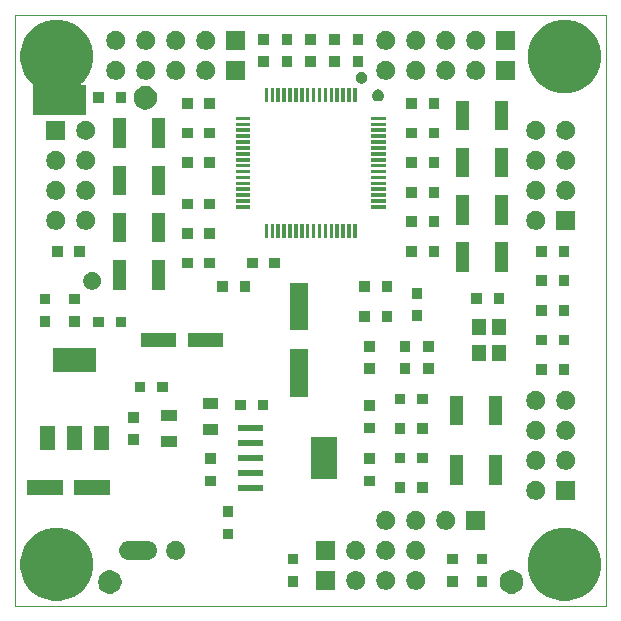
<source format=gts>
G04 #@! TF.GenerationSoftware,KiCad,Pcbnew,(5.1.0)-1*
G04 #@! TF.CreationDate,2019-04-02T21:11:50+01:00*
G04 #@! TF.ProjectId,uCODEC-1.0,75434f44-4543-42d3-912e-302e6b696361,1.0*
G04 #@! TF.SameCoordinates,PX7de2900PY7365040*
G04 #@! TF.FileFunction,Soldermask,Top*
G04 #@! TF.FilePolarity,Negative*
%FSLAX46Y46*%
G04 Gerber Fmt 4.6, Leading zero omitted, Abs format (unit mm)*
G04 Created by KiCad (PCBNEW (5.1.0)-1) date 2019-04-02 21:11:50*
%MOMM*%
%LPD*%
G04 APERTURE LIST*
%ADD10C,0.100000*%
%ADD11C,0.150000*%
G04 APERTURE END LIST*
D10*
X0Y50000000D02*
X0Y0D01*
X50000000Y50000000D02*
X0Y50000000D01*
X50000000Y0D02*
X50000000Y50000000D01*
X0Y0D02*
X50000000Y0D01*
D11*
G36*
X47404237Y6480869D02*
G01*
X47968401Y6247185D01*
X48476135Y5907928D01*
X48907928Y5476135D01*
X49247185Y4968401D01*
X49480869Y4404237D01*
X49600000Y3805323D01*
X49600000Y3194677D01*
X49480869Y2595763D01*
X49247185Y2031599D01*
X48907928Y1523865D01*
X48476135Y1092072D01*
X47968401Y752815D01*
X47404237Y519131D01*
X46805323Y400000D01*
X46194677Y400000D01*
X45595763Y519131D01*
X45031599Y752815D01*
X44523865Y1092072D01*
X44092072Y1523865D01*
X43752815Y2031599D01*
X43519131Y2595763D01*
X43400000Y3194677D01*
X43400000Y3805323D01*
X43519131Y4404237D01*
X43752815Y4968401D01*
X44092072Y5476135D01*
X44523865Y5907928D01*
X45031599Y6247185D01*
X45595763Y6480869D01*
X46194677Y6600000D01*
X46805323Y6600000D01*
X47404237Y6480869D01*
X47404237Y6480869D01*
G37*
G36*
X4404237Y6480869D02*
G01*
X4968401Y6247185D01*
X5476135Y5907928D01*
X5907928Y5476135D01*
X6247185Y4968401D01*
X6480869Y4404237D01*
X6600000Y3805323D01*
X6600000Y3194677D01*
X6480869Y2595763D01*
X6247185Y2031599D01*
X5907928Y1523865D01*
X5476135Y1092072D01*
X4968401Y752815D01*
X4404237Y519131D01*
X3805323Y400000D01*
X3194677Y400000D01*
X2595763Y519131D01*
X2031599Y752815D01*
X1523865Y1092072D01*
X1092072Y1523865D01*
X752815Y2031599D01*
X519131Y2595763D01*
X400000Y3194677D01*
X400000Y3805323D01*
X519131Y4404237D01*
X752815Y4968401D01*
X1092072Y5476135D01*
X1523865Y5907928D01*
X2031599Y6247185D01*
X2595763Y6480869D01*
X3194677Y6600000D01*
X3805323Y6600000D01*
X4404237Y6480869D01*
X4404237Y6480869D01*
G37*
G36*
X42195090Y2980785D02*
G01*
X42291689Y2961571D01*
X42473678Y2886189D01*
X42637463Y2776751D01*
X42776751Y2637463D01*
X42886189Y2473678D01*
X42961571Y2291689D01*
X43000000Y2098491D01*
X43000000Y1901509D01*
X42961571Y1708311D01*
X42886189Y1526322D01*
X42776751Y1362537D01*
X42637463Y1223249D01*
X42473678Y1113811D01*
X42291689Y1038429D01*
X42195090Y1019215D01*
X42098493Y1000000D01*
X41901507Y1000000D01*
X41804910Y1019215D01*
X41708311Y1038429D01*
X41526322Y1113811D01*
X41362537Y1223249D01*
X41223249Y1362537D01*
X41113811Y1526322D01*
X41038429Y1708311D01*
X41000000Y1901509D01*
X41000000Y2098491D01*
X41038429Y2291689D01*
X41113811Y2473678D01*
X41223249Y2637463D01*
X41362537Y2776751D01*
X41526322Y2886189D01*
X41708311Y2961571D01*
X41804910Y2980785D01*
X41901507Y3000000D01*
X42098493Y3000000D01*
X42195090Y2980785D01*
X42195090Y2980785D01*
G37*
G36*
X8195090Y2980785D02*
G01*
X8291689Y2961571D01*
X8473678Y2886189D01*
X8637463Y2776751D01*
X8776751Y2637463D01*
X8886189Y2473678D01*
X8961571Y2291689D01*
X9000000Y2098491D01*
X9000000Y1901509D01*
X8961571Y1708311D01*
X8886189Y1526322D01*
X8776751Y1362537D01*
X8637463Y1223249D01*
X8473678Y1113811D01*
X8291689Y1038429D01*
X8195090Y1019215D01*
X8098493Y1000000D01*
X7901507Y1000000D01*
X7804910Y1019215D01*
X7708311Y1038429D01*
X7526322Y1113811D01*
X7362537Y1223249D01*
X7223249Y1362537D01*
X7113811Y1526322D01*
X7038429Y1708311D01*
X7000000Y1901509D01*
X7000000Y2098491D01*
X7038429Y2291689D01*
X7113811Y2473678D01*
X7223249Y2637463D01*
X7362537Y2776751D01*
X7526322Y2886189D01*
X7708311Y2961571D01*
X7804910Y2980785D01*
X7901507Y3000000D01*
X8098493Y3000000D01*
X8195090Y2980785D01*
X8195090Y2980785D01*
G37*
G36*
X34123351Y2909257D02*
G01*
X34123353Y2909256D01*
X34123354Y2909256D01*
X34179042Y2886189D01*
X34268942Y2848951D01*
X34399970Y2761401D01*
X34511401Y2649970D01*
X34598951Y2518942D01*
X34659257Y2373351D01*
X34690000Y2218793D01*
X34690000Y2061207D01*
X34659257Y1906649D01*
X34598951Y1761058D01*
X34563707Y1708311D01*
X34511400Y1630029D01*
X34399971Y1518600D01*
X34268942Y1431049D01*
X34123354Y1370744D01*
X34123353Y1370744D01*
X34123351Y1370743D01*
X33968793Y1340000D01*
X33811207Y1340000D01*
X33656649Y1370743D01*
X33656647Y1370744D01*
X33656646Y1370744D01*
X33511058Y1431049D01*
X33380029Y1518600D01*
X33268600Y1630029D01*
X33216294Y1708311D01*
X33181049Y1761058D01*
X33120743Y1906649D01*
X33090000Y2061207D01*
X33090000Y2218793D01*
X33120743Y2373351D01*
X33181049Y2518942D01*
X33268599Y2649970D01*
X33380030Y2761401D01*
X33511058Y2848951D01*
X33600958Y2886189D01*
X33656646Y2909256D01*
X33656647Y2909256D01*
X33656649Y2909257D01*
X33811207Y2940000D01*
X33968793Y2940000D01*
X34123351Y2909257D01*
X34123351Y2909257D01*
G37*
G36*
X31583351Y2909257D02*
G01*
X31583353Y2909256D01*
X31583354Y2909256D01*
X31639042Y2886189D01*
X31728942Y2848951D01*
X31859970Y2761401D01*
X31971401Y2649970D01*
X32058951Y2518942D01*
X32119257Y2373351D01*
X32150000Y2218793D01*
X32150000Y2061207D01*
X32119257Y1906649D01*
X32058951Y1761058D01*
X32023707Y1708311D01*
X31971400Y1630029D01*
X31859971Y1518600D01*
X31728942Y1431049D01*
X31583354Y1370744D01*
X31583353Y1370744D01*
X31583351Y1370743D01*
X31428793Y1340000D01*
X31271207Y1340000D01*
X31116649Y1370743D01*
X31116647Y1370744D01*
X31116646Y1370744D01*
X30971058Y1431049D01*
X30840029Y1518600D01*
X30728600Y1630029D01*
X30676294Y1708311D01*
X30641049Y1761058D01*
X30580743Y1906649D01*
X30550000Y2061207D01*
X30550000Y2218793D01*
X30580743Y2373351D01*
X30641049Y2518942D01*
X30728599Y2649970D01*
X30840030Y2761401D01*
X30971058Y2848951D01*
X31060958Y2886189D01*
X31116646Y2909256D01*
X31116647Y2909256D01*
X31116649Y2909257D01*
X31271207Y2940000D01*
X31428793Y2940000D01*
X31583351Y2909257D01*
X31583351Y2909257D01*
G37*
G36*
X27070000Y1340000D02*
G01*
X25470000Y1340000D01*
X25470000Y2940000D01*
X27070000Y2940000D01*
X27070000Y1340000D01*
X27070000Y1340000D01*
G37*
G36*
X29043351Y2909257D02*
G01*
X29043353Y2909256D01*
X29043354Y2909256D01*
X29099042Y2886189D01*
X29188942Y2848951D01*
X29319970Y2761401D01*
X29431401Y2649970D01*
X29518951Y2518942D01*
X29579257Y2373351D01*
X29610000Y2218793D01*
X29610000Y2061207D01*
X29579257Y1906649D01*
X29518951Y1761058D01*
X29483707Y1708311D01*
X29431400Y1630029D01*
X29319971Y1518600D01*
X29188942Y1431049D01*
X29043354Y1370744D01*
X29043353Y1370744D01*
X29043351Y1370743D01*
X28888793Y1340000D01*
X28731207Y1340000D01*
X28576649Y1370743D01*
X28576647Y1370744D01*
X28576646Y1370744D01*
X28431058Y1431049D01*
X28300029Y1518600D01*
X28188600Y1630029D01*
X28136294Y1708311D01*
X28101049Y1761058D01*
X28040743Y1906649D01*
X28010000Y2061207D01*
X28010000Y2218793D01*
X28040743Y2373351D01*
X28101049Y2518942D01*
X28188599Y2649970D01*
X28300030Y2761401D01*
X28431058Y2848951D01*
X28520958Y2886189D01*
X28576646Y2909256D01*
X28576647Y2909256D01*
X28576649Y2909257D01*
X28731207Y2940000D01*
X28888793Y2940000D01*
X29043351Y2909257D01*
X29043351Y2909257D01*
G37*
G36*
X37450000Y1600000D02*
G01*
X36550000Y1600000D01*
X36550000Y2500000D01*
X37450000Y2500000D01*
X37450000Y1600000D01*
X37450000Y1600000D01*
G37*
G36*
X39950000Y1600000D02*
G01*
X39050000Y1600000D01*
X39050000Y2500000D01*
X39950000Y2500000D01*
X39950000Y1600000D01*
X39950000Y1600000D01*
G37*
G36*
X23950000Y1600000D02*
G01*
X23050000Y1600000D01*
X23050000Y2500000D01*
X23950000Y2500000D01*
X23950000Y1600000D01*
X23950000Y1600000D01*
G37*
G36*
X37450000Y3500000D02*
G01*
X36550000Y3500000D01*
X36550000Y4400000D01*
X37450000Y4400000D01*
X37450000Y3500000D01*
X37450000Y3500000D01*
G37*
G36*
X39950000Y3500000D02*
G01*
X39050000Y3500000D01*
X39050000Y4400000D01*
X39950000Y4400000D01*
X39950000Y3500000D01*
X39950000Y3500000D01*
G37*
G36*
X23950000Y3500000D02*
G01*
X23050000Y3500000D01*
X23050000Y4400000D01*
X23950000Y4400000D01*
X23950000Y3500000D01*
X23950000Y3500000D01*
G37*
G36*
X31583351Y5449257D02*
G01*
X31583353Y5449256D01*
X31583354Y5449256D01*
X31728942Y5388951D01*
X31859971Y5301400D01*
X31971400Y5189971D01*
X32058951Y5058942D01*
X32096455Y4968401D01*
X32119257Y4913351D01*
X32150000Y4758793D01*
X32150000Y4601207D01*
X32134479Y4523174D01*
X32119256Y4446646D01*
X32058951Y4301058D01*
X31971400Y4170029D01*
X31859971Y4058600D01*
X31728942Y3971049D01*
X31583354Y3910744D01*
X31583353Y3910744D01*
X31583351Y3910743D01*
X31428793Y3880000D01*
X31271207Y3880000D01*
X31116649Y3910743D01*
X31116647Y3910744D01*
X31116646Y3910744D01*
X30971058Y3971049D01*
X30840029Y4058600D01*
X30728600Y4170029D01*
X30641049Y4301058D01*
X30580744Y4446646D01*
X30565522Y4523174D01*
X30550000Y4601207D01*
X30550000Y4758793D01*
X30580743Y4913351D01*
X30603546Y4968401D01*
X30641049Y5058942D01*
X30728600Y5189971D01*
X30840029Y5301400D01*
X30971058Y5388951D01*
X31116646Y5449256D01*
X31116647Y5449256D01*
X31116649Y5449257D01*
X31271207Y5480000D01*
X31428793Y5480000D01*
X31583351Y5449257D01*
X31583351Y5449257D01*
G37*
G36*
X11351826Y5468425D02*
G01*
X11502629Y5422679D01*
X11641606Y5348395D01*
X11763422Y5248422D01*
X11863395Y5126606D01*
X11937679Y4987629D01*
X11983424Y4836826D01*
X11998871Y4680000D01*
X11983424Y4523174D01*
X11937679Y4372371D01*
X11863395Y4233394D01*
X11763422Y4111578D01*
X11641606Y4011605D01*
X11502629Y3937321D01*
X11351826Y3891575D01*
X11234299Y3880000D01*
X9555701Y3880000D01*
X9438174Y3891575D01*
X9287371Y3937321D01*
X9148394Y4011605D01*
X9026578Y4111578D01*
X8926605Y4233394D01*
X8852321Y4372371D01*
X8806576Y4523174D01*
X8791129Y4680000D01*
X8806576Y4836826D01*
X8852321Y4987629D01*
X8926605Y5126606D01*
X9026578Y5248422D01*
X9148394Y5348395D01*
X9287371Y5422679D01*
X9438174Y5468425D01*
X9555701Y5480000D01*
X11234299Y5480000D01*
X11351826Y5468425D01*
X11351826Y5468425D01*
G37*
G36*
X13803351Y5449257D02*
G01*
X13803353Y5449256D01*
X13803354Y5449256D01*
X13948942Y5388951D01*
X14079971Y5301400D01*
X14191400Y5189971D01*
X14278951Y5058942D01*
X14316455Y4968401D01*
X14339257Y4913351D01*
X14370000Y4758793D01*
X14370000Y4601207D01*
X14354479Y4523174D01*
X14339256Y4446646D01*
X14278951Y4301058D01*
X14191400Y4170029D01*
X14079971Y4058600D01*
X13948942Y3971049D01*
X13803354Y3910744D01*
X13803353Y3910744D01*
X13803351Y3910743D01*
X13648793Y3880000D01*
X13491207Y3880000D01*
X13336649Y3910743D01*
X13336647Y3910744D01*
X13336646Y3910744D01*
X13191058Y3971049D01*
X13060029Y4058600D01*
X12948600Y4170029D01*
X12861049Y4301058D01*
X12800744Y4446646D01*
X12785522Y4523174D01*
X12770000Y4601207D01*
X12770000Y4758793D01*
X12800743Y4913351D01*
X12823546Y4968401D01*
X12861049Y5058942D01*
X12948600Y5189971D01*
X13060029Y5301400D01*
X13191058Y5388951D01*
X13336646Y5449256D01*
X13336647Y5449256D01*
X13336649Y5449257D01*
X13491207Y5480000D01*
X13648793Y5480000D01*
X13803351Y5449257D01*
X13803351Y5449257D01*
G37*
G36*
X34123351Y5449257D02*
G01*
X34123353Y5449256D01*
X34123354Y5449256D01*
X34268942Y5388951D01*
X34399971Y5301400D01*
X34511400Y5189971D01*
X34598951Y5058942D01*
X34636455Y4968401D01*
X34659257Y4913351D01*
X34690000Y4758793D01*
X34690000Y4601207D01*
X34674479Y4523174D01*
X34659256Y4446646D01*
X34598951Y4301058D01*
X34511400Y4170029D01*
X34399971Y4058600D01*
X34268942Y3971049D01*
X34123354Y3910744D01*
X34123353Y3910744D01*
X34123351Y3910743D01*
X33968793Y3880000D01*
X33811207Y3880000D01*
X33656649Y3910743D01*
X33656647Y3910744D01*
X33656646Y3910744D01*
X33511058Y3971049D01*
X33380029Y4058600D01*
X33268600Y4170029D01*
X33181049Y4301058D01*
X33120744Y4446646D01*
X33105522Y4523174D01*
X33090000Y4601207D01*
X33090000Y4758793D01*
X33120743Y4913351D01*
X33143546Y4968401D01*
X33181049Y5058942D01*
X33268600Y5189971D01*
X33380029Y5301400D01*
X33511058Y5388951D01*
X33656646Y5449256D01*
X33656647Y5449256D01*
X33656649Y5449257D01*
X33811207Y5480000D01*
X33968793Y5480000D01*
X34123351Y5449257D01*
X34123351Y5449257D01*
G37*
G36*
X29043351Y5449257D02*
G01*
X29043353Y5449256D01*
X29043354Y5449256D01*
X29188942Y5388951D01*
X29319971Y5301400D01*
X29431400Y5189971D01*
X29518951Y5058942D01*
X29556455Y4968401D01*
X29579257Y4913351D01*
X29610000Y4758793D01*
X29610000Y4601207D01*
X29594479Y4523174D01*
X29579256Y4446646D01*
X29518951Y4301058D01*
X29431400Y4170029D01*
X29319971Y4058600D01*
X29188942Y3971049D01*
X29043354Y3910744D01*
X29043353Y3910744D01*
X29043351Y3910743D01*
X28888793Y3880000D01*
X28731207Y3880000D01*
X28576649Y3910743D01*
X28576647Y3910744D01*
X28576646Y3910744D01*
X28431058Y3971049D01*
X28300029Y4058600D01*
X28188600Y4170029D01*
X28101049Y4301058D01*
X28040744Y4446646D01*
X28025522Y4523174D01*
X28010000Y4601207D01*
X28010000Y4758793D01*
X28040743Y4913351D01*
X28063546Y4968401D01*
X28101049Y5058942D01*
X28188600Y5189971D01*
X28300029Y5301400D01*
X28431058Y5388951D01*
X28576646Y5449256D01*
X28576647Y5449256D01*
X28576649Y5449257D01*
X28731207Y5480000D01*
X28888793Y5480000D01*
X29043351Y5449257D01*
X29043351Y5449257D01*
G37*
G36*
X27070000Y3880000D02*
G01*
X25470000Y3880000D01*
X25470000Y5480000D01*
X27070000Y5480000D01*
X27070000Y3880000D01*
X27070000Y3880000D01*
G37*
G36*
X18450000Y5600000D02*
G01*
X17550000Y5600000D01*
X17550000Y6500000D01*
X18450000Y6500000D01*
X18450000Y5600000D01*
X18450000Y5600000D01*
G37*
G36*
X39770000Y6420000D02*
G01*
X38170000Y6420000D01*
X38170000Y8020000D01*
X39770000Y8020000D01*
X39770000Y6420000D01*
X39770000Y6420000D01*
G37*
G36*
X34123351Y7989257D02*
G01*
X34123353Y7989256D01*
X34123354Y7989256D01*
X34268942Y7928951D01*
X34399971Y7841400D01*
X34511400Y7729971D01*
X34598951Y7598942D01*
X34659256Y7453354D01*
X34690000Y7298791D01*
X34690000Y7141209D01*
X34659256Y6986646D01*
X34598951Y6841058D01*
X34511400Y6710029D01*
X34399971Y6598600D01*
X34268942Y6511049D01*
X34123354Y6450744D01*
X34123353Y6450744D01*
X34123351Y6450743D01*
X33968793Y6420000D01*
X33811207Y6420000D01*
X33656649Y6450743D01*
X33656647Y6450744D01*
X33656646Y6450744D01*
X33511058Y6511049D01*
X33380029Y6598600D01*
X33268600Y6710029D01*
X33181049Y6841058D01*
X33120744Y6986646D01*
X33090000Y7141209D01*
X33090000Y7298791D01*
X33120744Y7453354D01*
X33181049Y7598942D01*
X33268600Y7729971D01*
X33380029Y7841400D01*
X33511058Y7928951D01*
X33656646Y7989256D01*
X33656647Y7989256D01*
X33656649Y7989257D01*
X33811207Y8020000D01*
X33968793Y8020000D01*
X34123351Y7989257D01*
X34123351Y7989257D01*
G37*
G36*
X31583351Y7989257D02*
G01*
X31583353Y7989256D01*
X31583354Y7989256D01*
X31728942Y7928951D01*
X31859971Y7841400D01*
X31971400Y7729971D01*
X32058951Y7598942D01*
X32119256Y7453354D01*
X32150000Y7298791D01*
X32150000Y7141209D01*
X32119256Y6986646D01*
X32058951Y6841058D01*
X31971400Y6710029D01*
X31859971Y6598600D01*
X31728942Y6511049D01*
X31583354Y6450744D01*
X31583353Y6450744D01*
X31583351Y6450743D01*
X31428793Y6420000D01*
X31271207Y6420000D01*
X31116649Y6450743D01*
X31116647Y6450744D01*
X31116646Y6450744D01*
X30971058Y6511049D01*
X30840029Y6598600D01*
X30728600Y6710029D01*
X30641049Y6841058D01*
X30580744Y6986646D01*
X30550000Y7141209D01*
X30550000Y7298791D01*
X30580744Y7453354D01*
X30641049Y7598942D01*
X30728600Y7729971D01*
X30840029Y7841400D01*
X30971058Y7928951D01*
X31116646Y7989256D01*
X31116647Y7989256D01*
X31116649Y7989257D01*
X31271207Y8020000D01*
X31428793Y8020000D01*
X31583351Y7989257D01*
X31583351Y7989257D01*
G37*
G36*
X36663351Y7989257D02*
G01*
X36663353Y7989256D01*
X36663354Y7989256D01*
X36808942Y7928951D01*
X36939971Y7841400D01*
X37051400Y7729971D01*
X37138951Y7598942D01*
X37199256Y7453354D01*
X37230000Y7298791D01*
X37230000Y7141209D01*
X37199256Y6986646D01*
X37138951Y6841058D01*
X37051400Y6710029D01*
X36939971Y6598600D01*
X36808942Y6511049D01*
X36663354Y6450744D01*
X36663353Y6450744D01*
X36663351Y6450743D01*
X36508793Y6420000D01*
X36351207Y6420000D01*
X36196649Y6450743D01*
X36196647Y6450744D01*
X36196646Y6450744D01*
X36051058Y6511049D01*
X35920029Y6598600D01*
X35808600Y6710029D01*
X35721049Y6841058D01*
X35660744Y6986646D01*
X35630000Y7141209D01*
X35630000Y7298791D01*
X35660744Y7453354D01*
X35721049Y7598942D01*
X35808600Y7729971D01*
X35920029Y7841400D01*
X36051058Y7928951D01*
X36196646Y7989256D01*
X36196647Y7989256D01*
X36196649Y7989257D01*
X36351207Y8020000D01*
X36508793Y8020000D01*
X36663351Y7989257D01*
X36663351Y7989257D01*
G37*
G36*
X18450000Y7500000D02*
G01*
X17550000Y7500000D01*
X17550000Y8400000D01*
X18450000Y8400000D01*
X18450000Y7500000D01*
X18450000Y7500000D01*
G37*
G36*
X47390000Y8960000D02*
G01*
X45790000Y8960000D01*
X45790000Y10560000D01*
X47390000Y10560000D01*
X47390000Y8960000D01*
X47390000Y8960000D01*
G37*
G36*
X44283351Y10529257D02*
G01*
X44283353Y10529256D01*
X44283354Y10529256D01*
X44428942Y10468951D01*
X44559970Y10381401D01*
X44671401Y10269970D01*
X44758951Y10138942D01*
X44819257Y9993351D01*
X44850000Y9838793D01*
X44850000Y9681207D01*
X44823902Y9550000D01*
X44819256Y9526646D01*
X44758951Y9381058D01*
X44671400Y9250029D01*
X44559971Y9138600D01*
X44428942Y9051049D01*
X44283354Y8990744D01*
X44283353Y8990744D01*
X44283351Y8990743D01*
X44128793Y8960000D01*
X43971207Y8960000D01*
X43816649Y8990743D01*
X43816647Y8990744D01*
X43816646Y8990744D01*
X43671058Y9051049D01*
X43540029Y9138600D01*
X43428600Y9250029D01*
X43341049Y9381058D01*
X43280744Y9526646D01*
X43276099Y9550000D01*
X43250000Y9681207D01*
X43250000Y9838793D01*
X43280743Y9993351D01*
X43341049Y10138942D01*
X43428599Y10269970D01*
X43540030Y10381401D01*
X43671058Y10468951D01*
X43816646Y10529256D01*
X43816647Y10529256D01*
X43816649Y10529257D01*
X43971207Y10560000D01*
X44128793Y10560000D01*
X44283351Y10529257D01*
X44283351Y10529257D01*
G37*
G36*
X8000000Y9400000D02*
G01*
X5000000Y9400000D01*
X5000000Y10600000D01*
X8000000Y10600000D01*
X8000000Y9400000D01*
X8000000Y9400000D01*
G37*
G36*
X4000000Y9400000D02*
G01*
X1000000Y9400000D01*
X1000000Y10600000D01*
X4000000Y10600000D01*
X4000000Y9400000D01*
X4000000Y9400000D01*
G37*
G36*
X33000000Y9550000D02*
G01*
X32100000Y9550000D01*
X32100000Y10450000D01*
X33000000Y10450000D01*
X33000000Y9550000D01*
X33000000Y9550000D01*
G37*
G36*
X34900000Y9550000D02*
G01*
X34000000Y9550000D01*
X34000000Y10450000D01*
X34900000Y10450000D01*
X34900000Y9550000D01*
X34900000Y9550000D01*
G37*
G36*
X20963500Y9685000D02*
G01*
X18813500Y9685000D01*
X18813500Y10235000D01*
X20963500Y10235000D01*
X20963500Y9685000D01*
X20963500Y9685000D01*
G37*
G36*
X30450000Y10100000D02*
G01*
X29550000Y10100000D01*
X29550000Y11000000D01*
X30450000Y11000000D01*
X30450000Y10100000D01*
X30450000Y10100000D01*
G37*
G36*
X16950000Y10100000D02*
G01*
X16050000Y10100000D01*
X16050000Y11000000D01*
X16950000Y11000000D01*
X16950000Y10100000D01*
X16950000Y10100000D01*
G37*
G36*
X37900000Y10250000D02*
G01*
X36800000Y10250000D01*
X36800000Y12750000D01*
X37900000Y12750000D01*
X37900000Y10250000D01*
X37900000Y10250000D01*
G37*
G36*
X41200000Y10250000D02*
G01*
X40100000Y10250000D01*
X40100000Y12750000D01*
X41200000Y12750000D01*
X41200000Y10250000D01*
X41200000Y10250000D01*
G37*
G36*
X27249600Y10700000D02*
G01*
X25049600Y10700000D01*
X25049600Y14300000D01*
X27249600Y14300000D01*
X27249600Y10700000D01*
X27249600Y10700000D01*
G37*
G36*
X20963500Y10955000D02*
G01*
X18813500Y10955000D01*
X18813500Y11505000D01*
X20963500Y11505000D01*
X20963500Y10955000D01*
X20963500Y10955000D01*
G37*
G36*
X46823351Y13069257D02*
G01*
X46823353Y13069256D01*
X46823354Y13069256D01*
X46968942Y13008951D01*
X47099970Y12921401D01*
X47211401Y12809970D01*
X47298951Y12678942D01*
X47359256Y12533354D01*
X47390000Y12378791D01*
X47390000Y12221209D01*
X47359256Y12066646D01*
X47298951Y11921058D01*
X47211400Y11790029D01*
X47099971Y11678600D01*
X46968942Y11591049D01*
X46823354Y11530744D01*
X46823353Y11530744D01*
X46823351Y11530743D01*
X46668793Y11500000D01*
X46511207Y11500000D01*
X46356649Y11530743D01*
X46356647Y11530744D01*
X46356646Y11530744D01*
X46211058Y11591049D01*
X46080029Y11678600D01*
X45968600Y11790029D01*
X45881049Y11921058D01*
X45820744Y12066646D01*
X45790000Y12221209D01*
X45790000Y12378791D01*
X45820744Y12533354D01*
X45881049Y12678942D01*
X45968599Y12809970D01*
X46080030Y12921401D01*
X46211058Y13008951D01*
X46356646Y13069256D01*
X46356647Y13069256D01*
X46356649Y13069257D01*
X46511207Y13100000D01*
X46668793Y13100000D01*
X46823351Y13069257D01*
X46823351Y13069257D01*
G37*
G36*
X44283351Y13069257D02*
G01*
X44283353Y13069256D01*
X44283354Y13069256D01*
X44428942Y13008951D01*
X44559970Y12921401D01*
X44671401Y12809970D01*
X44758951Y12678942D01*
X44819256Y12533354D01*
X44850000Y12378791D01*
X44850000Y12221209D01*
X44819256Y12066646D01*
X44758951Y11921058D01*
X44671400Y11790029D01*
X44559971Y11678600D01*
X44428942Y11591049D01*
X44283354Y11530744D01*
X44283353Y11530744D01*
X44283351Y11530743D01*
X44128793Y11500000D01*
X43971207Y11500000D01*
X43816649Y11530743D01*
X43816647Y11530744D01*
X43816646Y11530744D01*
X43671058Y11591049D01*
X43540029Y11678600D01*
X43428600Y11790029D01*
X43341049Y11921058D01*
X43280744Y12066646D01*
X43250000Y12221209D01*
X43250000Y12378791D01*
X43280744Y12533354D01*
X43341049Y12678942D01*
X43428599Y12809970D01*
X43540030Y12921401D01*
X43671058Y13008951D01*
X43816646Y13069256D01*
X43816647Y13069256D01*
X43816649Y13069257D01*
X43971207Y13100000D01*
X44128793Y13100000D01*
X44283351Y13069257D01*
X44283351Y13069257D01*
G37*
G36*
X30450000Y12000000D02*
G01*
X29550000Y12000000D01*
X29550000Y12900000D01*
X30450000Y12900000D01*
X30450000Y12000000D01*
X30450000Y12000000D01*
G37*
G36*
X16950000Y12000000D02*
G01*
X16050000Y12000000D01*
X16050000Y12900000D01*
X16950000Y12900000D01*
X16950000Y12000000D01*
X16950000Y12000000D01*
G37*
G36*
X33000000Y12050000D02*
G01*
X32100000Y12050000D01*
X32100000Y12950000D01*
X33000000Y12950000D01*
X33000000Y12050000D01*
X33000000Y12050000D01*
G37*
G36*
X34900000Y12050000D02*
G01*
X34000000Y12050000D01*
X34000000Y12950000D01*
X34900000Y12950000D01*
X34900000Y12050000D01*
X34900000Y12050000D01*
G37*
G36*
X20963500Y12225000D02*
G01*
X18813500Y12225000D01*
X18813500Y12775000D01*
X20963500Y12775000D01*
X20963500Y12225000D01*
X20963500Y12225000D01*
G37*
G36*
X5600000Y13198000D02*
G01*
X4400000Y13198000D01*
X4400000Y15198000D01*
X5600000Y15198000D01*
X5600000Y13198000D01*
X5600000Y13198000D01*
G37*
G36*
X3314000Y13198000D02*
G01*
X2114000Y13198000D01*
X2114000Y15198000D01*
X3314000Y15198000D01*
X3314000Y13198000D01*
X3314000Y13198000D01*
G37*
G36*
X7886000Y13198000D02*
G01*
X6686000Y13198000D01*
X6686000Y15198000D01*
X7886000Y15198000D01*
X7886000Y13198000D01*
X7886000Y13198000D01*
G37*
G36*
X13650000Y13450000D02*
G01*
X12350000Y13450000D01*
X12350000Y14350000D01*
X13650000Y14350000D01*
X13650000Y13450000D01*
X13650000Y13450000D01*
G37*
G36*
X20963500Y13495000D02*
G01*
X18813500Y13495000D01*
X18813500Y14045000D01*
X20963500Y14045000D01*
X20963500Y13495000D01*
X20963500Y13495000D01*
G37*
G36*
X10450000Y13600000D02*
G01*
X9550000Y13600000D01*
X9550000Y14500000D01*
X10450000Y14500000D01*
X10450000Y13600000D01*
X10450000Y13600000D01*
G37*
G36*
X44283351Y15609257D02*
G01*
X44283353Y15609256D01*
X44283354Y15609256D01*
X44428942Y15548951D01*
X44559971Y15461400D01*
X44671400Y15349971D01*
X44758951Y15218942D01*
X44767626Y15198000D01*
X44819257Y15073351D01*
X44850000Y14918793D01*
X44850000Y14761207D01*
X44819257Y14606649D01*
X44758951Y14461058D01*
X44684745Y14350000D01*
X44671400Y14330029D01*
X44559971Y14218600D01*
X44428942Y14131049D01*
X44283354Y14070744D01*
X44283353Y14070744D01*
X44283351Y14070743D01*
X44128793Y14040000D01*
X43971207Y14040000D01*
X43816649Y14070743D01*
X43816647Y14070744D01*
X43816646Y14070744D01*
X43671058Y14131049D01*
X43540029Y14218600D01*
X43428600Y14330029D01*
X43415256Y14350000D01*
X43341049Y14461058D01*
X43280743Y14606649D01*
X43250000Y14761207D01*
X43250000Y14918793D01*
X43280743Y15073351D01*
X43332375Y15198000D01*
X43341049Y15218942D01*
X43428600Y15349971D01*
X43540029Y15461400D01*
X43671058Y15548951D01*
X43816646Y15609256D01*
X43816647Y15609256D01*
X43816649Y15609257D01*
X43971207Y15640000D01*
X44128793Y15640000D01*
X44283351Y15609257D01*
X44283351Y15609257D01*
G37*
G36*
X46823351Y15609257D02*
G01*
X46823353Y15609256D01*
X46823354Y15609256D01*
X46968942Y15548951D01*
X47099971Y15461400D01*
X47211400Y15349971D01*
X47298951Y15218942D01*
X47307626Y15198000D01*
X47359257Y15073351D01*
X47390000Y14918793D01*
X47390000Y14761207D01*
X47359257Y14606649D01*
X47298951Y14461058D01*
X47224745Y14350000D01*
X47211400Y14330029D01*
X47099971Y14218600D01*
X46968942Y14131049D01*
X46823354Y14070744D01*
X46823353Y14070744D01*
X46823351Y14070743D01*
X46668793Y14040000D01*
X46511207Y14040000D01*
X46356649Y14070743D01*
X46356647Y14070744D01*
X46356646Y14070744D01*
X46211058Y14131049D01*
X46080029Y14218600D01*
X45968600Y14330029D01*
X45955256Y14350000D01*
X45881049Y14461058D01*
X45820743Y14606649D01*
X45790000Y14761207D01*
X45790000Y14918793D01*
X45820743Y15073351D01*
X45872375Y15198000D01*
X45881049Y15218942D01*
X45968600Y15349971D01*
X46080029Y15461400D01*
X46211058Y15548951D01*
X46356646Y15609256D01*
X46356647Y15609256D01*
X46356649Y15609257D01*
X46511207Y15640000D01*
X46668793Y15640000D01*
X46823351Y15609257D01*
X46823351Y15609257D01*
G37*
G36*
X17150000Y14450000D02*
G01*
X15850000Y14450000D01*
X15850000Y15350000D01*
X17150000Y15350000D01*
X17150000Y14450000D01*
X17150000Y14450000D01*
G37*
G36*
X34900000Y14550000D02*
G01*
X34000000Y14550000D01*
X34000000Y15450000D01*
X34900000Y15450000D01*
X34900000Y14550000D01*
X34900000Y14550000D01*
G37*
G36*
X33000000Y14550000D02*
G01*
X32100000Y14550000D01*
X32100000Y15450000D01*
X33000000Y15450000D01*
X33000000Y14550000D01*
X33000000Y14550000D01*
G37*
G36*
X30450000Y14600000D02*
G01*
X29550000Y14600000D01*
X29550000Y15500000D01*
X30450000Y15500000D01*
X30450000Y14600000D01*
X30450000Y14600000D01*
G37*
G36*
X20963500Y14765000D02*
G01*
X18813500Y14765000D01*
X18813500Y15315000D01*
X20963500Y15315000D01*
X20963500Y14765000D01*
X20963500Y14765000D01*
G37*
G36*
X37900000Y15250000D02*
G01*
X36800000Y15250000D01*
X36800000Y17750000D01*
X37900000Y17750000D01*
X37900000Y15250000D01*
X37900000Y15250000D01*
G37*
G36*
X41200000Y15250000D02*
G01*
X40100000Y15250000D01*
X40100000Y17750000D01*
X41200000Y17750000D01*
X41200000Y15250000D01*
X41200000Y15250000D01*
G37*
G36*
X10450000Y15500000D02*
G01*
X9550000Y15500000D01*
X9550000Y16400000D01*
X10450000Y16400000D01*
X10450000Y15500000D01*
X10450000Y15500000D01*
G37*
G36*
X13650000Y15650000D02*
G01*
X12350000Y15650000D01*
X12350000Y16550000D01*
X13650000Y16550000D01*
X13650000Y15650000D01*
X13650000Y15650000D01*
G37*
G36*
X30450000Y16500000D02*
G01*
X29550000Y16500000D01*
X29550000Y17400000D01*
X30450000Y17400000D01*
X30450000Y16500000D01*
X30450000Y16500000D01*
G37*
G36*
X21400000Y16550000D02*
G01*
X20500000Y16550000D01*
X20500000Y17450000D01*
X21400000Y17450000D01*
X21400000Y16550000D01*
X21400000Y16550000D01*
G37*
G36*
X19500000Y16550000D02*
G01*
X18600000Y16550000D01*
X18600000Y17450000D01*
X19500000Y17450000D01*
X19500000Y16550000D01*
X19500000Y16550000D01*
G37*
G36*
X46823351Y18149257D02*
G01*
X46823353Y18149256D01*
X46823354Y18149256D01*
X46968942Y18088951D01*
X47099971Y18001400D01*
X47211400Y17889971D01*
X47298951Y17758942D01*
X47359256Y17613354D01*
X47390000Y17458791D01*
X47390000Y17301209D01*
X47359256Y17146646D01*
X47298951Y17001058D01*
X47211400Y16870029D01*
X47099971Y16758600D01*
X46968942Y16671049D01*
X46823354Y16610744D01*
X46823353Y16610744D01*
X46823351Y16610743D01*
X46668793Y16580000D01*
X46511207Y16580000D01*
X46356649Y16610743D01*
X46356647Y16610744D01*
X46356646Y16610744D01*
X46211058Y16671049D01*
X46080029Y16758600D01*
X45968600Y16870029D01*
X45881049Y17001058D01*
X45820744Y17146646D01*
X45790000Y17301209D01*
X45790000Y17458791D01*
X45820744Y17613354D01*
X45881049Y17758942D01*
X45968600Y17889971D01*
X46080029Y18001400D01*
X46211058Y18088951D01*
X46356646Y18149256D01*
X46356647Y18149256D01*
X46356649Y18149257D01*
X46511207Y18180000D01*
X46668793Y18180000D01*
X46823351Y18149257D01*
X46823351Y18149257D01*
G37*
G36*
X44283351Y18149257D02*
G01*
X44283353Y18149256D01*
X44283354Y18149256D01*
X44428942Y18088951D01*
X44559971Y18001400D01*
X44671400Y17889971D01*
X44758951Y17758942D01*
X44819256Y17613354D01*
X44850000Y17458791D01*
X44850000Y17301209D01*
X44819256Y17146646D01*
X44758951Y17001058D01*
X44671400Y16870029D01*
X44559971Y16758600D01*
X44428942Y16671049D01*
X44283354Y16610744D01*
X44283353Y16610744D01*
X44283351Y16610743D01*
X44128793Y16580000D01*
X43971207Y16580000D01*
X43816649Y16610743D01*
X43816647Y16610744D01*
X43816646Y16610744D01*
X43671058Y16671049D01*
X43540029Y16758600D01*
X43428600Y16870029D01*
X43341049Y17001058D01*
X43280744Y17146646D01*
X43250000Y17301209D01*
X43250000Y17458791D01*
X43280744Y17613354D01*
X43341049Y17758942D01*
X43428600Y17889971D01*
X43540029Y18001400D01*
X43671058Y18088951D01*
X43816646Y18149256D01*
X43816647Y18149256D01*
X43816649Y18149257D01*
X43971207Y18180000D01*
X44128793Y18180000D01*
X44283351Y18149257D01*
X44283351Y18149257D01*
G37*
G36*
X17150000Y16650000D02*
G01*
X15850000Y16650000D01*
X15850000Y17550000D01*
X17150000Y17550000D01*
X17150000Y16650000D01*
X17150000Y16650000D01*
G37*
G36*
X34900000Y17050000D02*
G01*
X34000000Y17050000D01*
X34000000Y17950000D01*
X34900000Y17950000D01*
X34900000Y17050000D01*
X34900000Y17050000D01*
G37*
G36*
X33000000Y17050000D02*
G01*
X32100000Y17050000D01*
X32100000Y17950000D01*
X33000000Y17950000D01*
X33000000Y17050000D01*
X33000000Y17050000D01*
G37*
G36*
X24750000Y17700000D02*
G01*
X23250000Y17700000D01*
X23250000Y21700000D01*
X24750000Y21700000D01*
X24750000Y17700000D01*
X24750000Y17700000D01*
G37*
G36*
X11000000Y18050000D02*
G01*
X10100000Y18050000D01*
X10100000Y18950000D01*
X11000000Y18950000D01*
X11000000Y18050000D01*
X11000000Y18050000D01*
G37*
G36*
X12900000Y18050000D02*
G01*
X12000000Y18050000D01*
X12000000Y18950000D01*
X12900000Y18950000D01*
X12900000Y18050000D01*
X12900000Y18050000D01*
G37*
G36*
X46900000Y19550000D02*
G01*
X46000000Y19550000D01*
X46000000Y20450000D01*
X46900000Y20450000D01*
X46900000Y19550000D01*
X46900000Y19550000D01*
G37*
G36*
X45000000Y19550000D02*
G01*
X44100000Y19550000D01*
X44100000Y20450000D01*
X45000000Y20450000D01*
X45000000Y19550000D01*
X45000000Y19550000D01*
G37*
G36*
X30450000Y19600000D02*
G01*
X29550000Y19600000D01*
X29550000Y20500000D01*
X30450000Y20500000D01*
X30450000Y19600000D01*
X30450000Y19600000D01*
G37*
G36*
X33450000Y19600000D02*
G01*
X32550000Y19600000D01*
X32550000Y20500000D01*
X33450000Y20500000D01*
X33450000Y19600000D01*
X33450000Y19600000D01*
G37*
G36*
X35450000Y19600000D02*
G01*
X34550000Y19600000D01*
X34550000Y20500000D01*
X35450000Y20500000D01*
X35450000Y19600000D01*
X35450000Y19600000D01*
G37*
G36*
X6800000Y19802000D02*
G01*
X3200000Y19802000D01*
X3200000Y21802000D01*
X6800000Y21802000D01*
X6800000Y19802000D01*
X6800000Y19802000D01*
G37*
G36*
X39850000Y20700000D02*
G01*
X38650000Y20700000D01*
X38650000Y22100000D01*
X39850000Y22100000D01*
X39850000Y20700000D01*
X39850000Y20700000D01*
G37*
G36*
X41550000Y20700000D02*
G01*
X40350000Y20700000D01*
X40350000Y22100000D01*
X41550000Y22100000D01*
X41550000Y20700000D01*
X41550000Y20700000D01*
G37*
G36*
X30450000Y21500000D02*
G01*
X29550000Y21500000D01*
X29550000Y22400000D01*
X30450000Y22400000D01*
X30450000Y21500000D01*
X30450000Y21500000D01*
G37*
G36*
X33450000Y21500000D02*
G01*
X32550000Y21500000D01*
X32550000Y22400000D01*
X33450000Y22400000D01*
X33450000Y21500000D01*
X33450000Y21500000D01*
G37*
G36*
X35450000Y21500000D02*
G01*
X34550000Y21500000D01*
X34550000Y22400000D01*
X35450000Y22400000D01*
X35450000Y21500000D01*
X35450000Y21500000D01*
G37*
G36*
X13600000Y21900000D02*
G01*
X10600000Y21900000D01*
X10600000Y23100000D01*
X13600000Y23100000D01*
X13600000Y21900000D01*
X13600000Y21900000D01*
G37*
G36*
X17600000Y21900000D02*
G01*
X14600000Y21900000D01*
X14600000Y23100000D01*
X17600000Y23100000D01*
X17600000Y21900000D01*
X17600000Y21900000D01*
G37*
G36*
X46900000Y22050000D02*
G01*
X46000000Y22050000D01*
X46000000Y22950000D01*
X46900000Y22950000D01*
X46900000Y22050000D01*
X46900000Y22050000D01*
G37*
G36*
X45000000Y22050000D02*
G01*
X44100000Y22050000D01*
X44100000Y22950000D01*
X45000000Y22950000D01*
X45000000Y22050000D01*
X45000000Y22050000D01*
G37*
G36*
X41550000Y22900000D02*
G01*
X40350000Y22900000D01*
X40350000Y24300000D01*
X41550000Y24300000D01*
X41550000Y22900000D01*
X41550000Y22900000D01*
G37*
G36*
X39850000Y22900000D02*
G01*
X38650000Y22900000D01*
X38650000Y24300000D01*
X39850000Y24300000D01*
X39850000Y22900000D01*
X39850000Y22900000D01*
G37*
G36*
X24750000Y23300000D02*
G01*
X23250000Y23300000D01*
X23250000Y27300000D01*
X24750000Y27300000D01*
X24750000Y23300000D01*
X24750000Y23300000D01*
G37*
G36*
X7500000Y23550000D02*
G01*
X6600000Y23550000D01*
X6600000Y24450000D01*
X7500000Y24450000D01*
X7500000Y23550000D01*
X7500000Y23550000D01*
G37*
G36*
X9400000Y23550000D02*
G01*
X8500000Y23550000D01*
X8500000Y24450000D01*
X9400000Y24450000D01*
X9400000Y23550000D01*
X9400000Y23550000D01*
G37*
G36*
X5450000Y23600000D02*
G01*
X4550000Y23600000D01*
X4550000Y24500000D01*
X5450000Y24500000D01*
X5450000Y23600000D01*
X5450000Y23600000D01*
G37*
G36*
X2950000Y23600000D02*
G01*
X2050000Y23600000D01*
X2050000Y24500000D01*
X2950000Y24500000D01*
X2950000Y23600000D01*
X2950000Y23600000D01*
G37*
G36*
X31900000Y24050000D02*
G01*
X31000000Y24050000D01*
X31000000Y24950000D01*
X31900000Y24950000D01*
X31900000Y24050000D01*
X31900000Y24050000D01*
G37*
G36*
X30000000Y24050000D02*
G01*
X29100000Y24050000D01*
X29100000Y24950000D01*
X30000000Y24950000D01*
X30000000Y24050000D01*
X30000000Y24050000D01*
G37*
G36*
X34450000Y24100000D02*
G01*
X33550000Y24100000D01*
X33550000Y25000000D01*
X34450000Y25000000D01*
X34450000Y24100000D01*
X34450000Y24100000D01*
G37*
G36*
X45000001Y24550000D02*
G01*
X44100001Y24550000D01*
X44100001Y25450000D01*
X45000001Y25450000D01*
X45000001Y24550000D01*
X45000001Y24550000D01*
G37*
G36*
X46899999Y24550000D02*
G01*
X45999999Y24550000D01*
X45999999Y25450000D01*
X46899999Y25450000D01*
X46899999Y24550000D01*
X46899999Y24550000D01*
G37*
G36*
X2950000Y25500000D02*
G01*
X2050000Y25500000D01*
X2050000Y26400000D01*
X2950000Y26400000D01*
X2950000Y25500000D01*
X2950000Y25500000D01*
G37*
G36*
X5450000Y25500000D02*
G01*
X4550000Y25500000D01*
X4550000Y26400000D01*
X5450000Y26400000D01*
X5450000Y25500000D01*
X5450000Y25500000D01*
G37*
G36*
X39500000Y25550000D02*
G01*
X38600000Y25550000D01*
X38600000Y26450000D01*
X39500000Y26450000D01*
X39500000Y25550000D01*
X39500000Y25550000D01*
G37*
G36*
X41400000Y25550000D02*
G01*
X40500000Y25550000D01*
X40500000Y26450000D01*
X41400000Y26450000D01*
X41400000Y25550000D01*
X41400000Y25550000D01*
G37*
G36*
X34450000Y26000000D02*
G01*
X33550000Y26000000D01*
X33550000Y26900000D01*
X34450000Y26900000D01*
X34450000Y26000000D01*
X34450000Y26000000D01*
G37*
G36*
X19900000Y26550000D02*
G01*
X19000000Y26550000D01*
X19000000Y27450000D01*
X19900000Y27450000D01*
X19900000Y26550000D01*
X19900000Y26550000D01*
G37*
G36*
X18000000Y26550000D02*
G01*
X17100000Y26550000D01*
X17100000Y27450000D01*
X18000000Y27450000D01*
X18000000Y26550000D01*
X18000000Y26550000D01*
G37*
G36*
X31900000Y26550000D02*
G01*
X31000000Y26550000D01*
X31000000Y27450000D01*
X31900000Y27450000D01*
X31900000Y26550000D01*
X31900000Y26550000D01*
G37*
G36*
X30000000Y26550000D02*
G01*
X29100000Y26550000D01*
X29100000Y27450000D01*
X30000000Y27450000D01*
X30000000Y26550000D01*
X30000000Y26550000D01*
G37*
G36*
X6718767Y28221178D02*
G01*
X6718769Y28221177D01*
X6718770Y28221177D01*
X6855258Y28164642D01*
X6978098Y28082563D01*
X7082563Y27978098D01*
X7164642Y27855258D01*
X7221177Y27718770D01*
X7250000Y27573867D01*
X7250000Y27426133D01*
X7221177Y27281230D01*
X7164642Y27144742D01*
X7082563Y27021902D01*
X6978098Y26917437D01*
X6855258Y26835358D01*
X6718770Y26778823D01*
X6718769Y26778823D01*
X6718767Y26778822D01*
X6573869Y26750000D01*
X6426131Y26750000D01*
X6281233Y26778822D01*
X6281231Y26778823D01*
X6281230Y26778823D01*
X6144742Y26835358D01*
X6021902Y26917437D01*
X5917437Y27021902D01*
X5835358Y27144742D01*
X5778823Y27281230D01*
X5750000Y27426133D01*
X5750000Y27573867D01*
X5778823Y27718770D01*
X5835358Y27855258D01*
X5917437Y27978098D01*
X6021902Y28082563D01*
X6144742Y28164642D01*
X6281230Y28221177D01*
X6281231Y28221177D01*
X6281233Y28221178D01*
X6426131Y28250000D01*
X6573869Y28250000D01*
X6718767Y28221178D01*
X6718767Y28221178D01*
G37*
G36*
X12700000Y26750000D02*
G01*
X11600000Y26750000D01*
X11600000Y29250000D01*
X12700000Y29250000D01*
X12700000Y26750000D01*
X12700000Y26750000D01*
G37*
G36*
X9400000Y26750000D02*
G01*
X8300000Y26750000D01*
X8300000Y29250000D01*
X9400000Y29250000D01*
X9400000Y26750000D01*
X9400000Y26750000D01*
G37*
G36*
X45000000Y27050000D02*
G01*
X44100000Y27050000D01*
X44100000Y27950000D01*
X45000000Y27950000D01*
X45000000Y27050000D01*
X45000000Y27050000D01*
G37*
G36*
X46900000Y27050000D02*
G01*
X46000000Y27050000D01*
X46000000Y27950000D01*
X46900000Y27950000D01*
X46900000Y27050000D01*
X46900000Y27050000D01*
G37*
G36*
X41700000Y28250000D02*
G01*
X40600000Y28250000D01*
X40600000Y30750000D01*
X41700000Y30750000D01*
X41700000Y28250000D01*
X41700000Y28250000D01*
G37*
G36*
X38400000Y28250000D02*
G01*
X37300000Y28250000D01*
X37300000Y30750000D01*
X38400000Y30750000D01*
X38400000Y28250000D01*
X38400000Y28250000D01*
G37*
G36*
X15000000Y28550000D02*
G01*
X14100000Y28550000D01*
X14100000Y29450000D01*
X15000000Y29450000D01*
X15000000Y28550000D01*
X15000000Y28550000D01*
G37*
G36*
X22400000Y28550000D02*
G01*
X21500000Y28550000D01*
X21500000Y29450000D01*
X22400000Y29450000D01*
X22400000Y28550000D01*
X22400000Y28550000D01*
G37*
G36*
X20500000Y28550000D02*
G01*
X19600000Y28550000D01*
X19600000Y29450000D01*
X20500000Y29450000D01*
X20500000Y28550000D01*
X20500000Y28550000D01*
G37*
G36*
X16900000Y28550000D02*
G01*
X16000000Y28550000D01*
X16000000Y29450000D01*
X16900000Y29450000D01*
X16900000Y28550000D01*
X16900000Y28550000D01*
G37*
G36*
X4000000Y29550000D02*
G01*
X3100000Y29550000D01*
X3100000Y30450000D01*
X4000000Y30450000D01*
X4000000Y29550000D01*
X4000000Y29550000D01*
G37*
G36*
X35900000Y29550000D02*
G01*
X35000000Y29550000D01*
X35000000Y30450000D01*
X35900000Y30450000D01*
X35900000Y29550000D01*
X35900000Y29550000D01*
G37*
G36*
X34000000Y29550000D02*
G01*
X33100000Y29550000D01*
X33100000Y30450000D01*
X34000000Y30450000D01*
X34000000Y29550000D01*
X34000000Y29550000D01*
G37*
G36*
X5900000Y29550000D02*
G01*
X5000000Y29550000D01*
X5000000Y30450000D01*
X5900000Y30450000D01*
X5900000Y29550000D01*
X5900000Y29550000D01*
G37*
G36*
X46900000Y29550000D02*
G01*
X46000000Y29550000D01*
X46000000Y30450000D01*
X46900000Y30450000D01*
X46900000Y29550000D01*
X46900000Y29550000D01*
G37*
G36*
X45000000Y29550000D02*
G01*
X44100000Y29550000D01*
X44100000Y30450000D01*
X45000000Y30450000D01*
X45000000Y29550000D01*
X45000000Y29550000D01*
G37*
G36*
X9400000Y30750000D02*
G01*
X8300000Y30750000D01*
X8300000Y33250000D01*
X9400000Y33250000D01*
X9400000Y30750000D01*
X9400000Y30750000D01*
G37*
G36*
X12700000Y30750000D02*
G01*
X11600000Y30750000D01*
X11600000Y33250000D01*
X12700000Y33250000D01*
X12700000Y30750000D01*
X12700000Y30750000D01*
G37*
G36*
X16900000Y31050000D02*
G01*
X16000000Y31050000D01*
X16000000Y31950000D01*
X16900000Y31950000D01*
X16900000Y31050000D01*
X16900000Y31050000D01*
G37*
G36*
X15000000Y31050000D02*
G01*
X14100000Y31050000D01*
X14100000Y31950000D01*
X15000000Y31950000D01*
X15000000Y31050000D01*
X15000000Y31050000D01*
G37*
G36*
X26900000Y31150000D02*
G01*
X26600000Y31150000D01*
X26600000Y32350000D01*
X26900000Y32350000D01*
X26900000Y31150000D01*
X26900000Y31150000D01*
G37*
G36*
X26399999Y31150000D02*
G01*
X26099999Y31150000D01*
X26099999Y32350000D01*
X26399999Y32350000D01*
X26399999Y31150000D01*
X26399999Y31150000D01*
G37*
G36*
X25400000Y31150000D02*
G01*
X25100000Y31150000D01*
X25100000Y32350000D01*
X25400000Y32350000D01*
X25400000Y31150000D01*
X25400000Y31150000D01*
G37*
G36*
X24400000Y31150000D02*
G01*
X24100000Y31150000D01*
X24100000Y32350000D01*
X24400000Y32350000D01*
X24400000Y31150000D01*
X24400000Y31150000D01*
G37*
G36*
X23900001Y31150000D02*
G01*
X23600001Y31150000D01*
X23600001Y32350000D01*
X23900001Y32350000D01*
X23900001Y31150000D01*
X23900001Y31150000D01*
G37*
G36*
X23400000Y31150000D02*
G01*
X23100000Y31150000D01*
X23100000Y32350000D01*
X23400000Y32350000D01*
X23400000Y31150000D01*
X23400000Y31150000D01*
G37*
G36*
X22900000Y31150000D02*
G01*
X22600000Y31150000D01*
X22600000Y32350000D01*
X22900000Y32350000D01*
X22900000Y31150000D01*
X22900000Y31150000D01*
G37*
G36*
X24900000Y31150000D02*
G01*
X24600000Y31150000D01*
X24600000Y32350000D01*
X24900000Y32350000D01*
X24900000Y31150000D01*
X24900000Y31150000D01*
G37*
G36*
X25900000Y31150000D02*
G01*
X25600000Y31150000D01*
X25600000Y32350000D01*
X25900000Y32350000D01*
X25900000Y31150000D01*
X25900000Y31150000D01*
G37*
G36*
X22400000Y31150000D02*
G01*
X22100000Y31150000D01*
X22100000Y32350000D01*
X22400000Y32350000D01*
X22400000Y31150000D01*
X22400000Y31150000D01*
G37*
G36*
X27400000Y31150000D02*
G01*
X27100000Y31150000D01*
X27100000Y32350000D01*
X27400000Y32350000D01*
X27400000Y31150000D01*
X27400000Y31150000D01*
G37*
G36*
X21400001Y31150000D02*
G01*
X21100001Y31150000D01*
X21100001Y32350000D01*
X21400001Y32350000D01*
X21400001Y31150000D01*
X21400001Y31150000D01*
G37*
G36*
X27900000Y31150000D02*
G01*
X27600000Y31150000D01*
X27600000Y32350000D01*
X27900000Y32350000D01*
X27900000Y31150000D01*
X27900000Y31150000D01*
G37*
G36*
X28899999Y31150000D02*
G01*
X28599999Y31150000D01*
X28599999Y32350000D01*
X28899999Y32350000D01*
X28899999Y31150000D01*
X28899999Y31150000D01*
G37*
G36*
X28400000Y31150000D02*
G01*
X28100000Y31150000D01*
X28100000Y32350000D01*
X28400000Y32350000D01*
X28400000Y31150000D01*
X28400000Y31150000D01*
G37*
G36*
X21900000Y31150000D02*
G01*
X21600000Y31150000D01*
X21600000Y32350000D01*
X21900000Y32350000D01*
X21900000Y31150000D01*
X21900000Y31150000D01*
G37*
G36*
X44283351Y33389257D02*
G01*
X44283353Y33389256D01*
X44283354Y33389256D01*
X44428942Y33328951D01*
X44547101Y33250000D01*
X44559971Y33241400D01*
X44671400Y33129971D01*
X44758951Y32998942D01*
X44819256Y32853354D01*
X44850000Y32698791D01*
X44850000Y32541209D01*
X44819256Y32386646D01*
X44758951Y32241058D01*
X44671400Y32110029D01*
X44559971Y31998600D01*
X44428942Y31911049D01*
X44283354Y31850744D01*
X44283353Y31850744D01*
X44283351Y31850743D01*
X44128793Y31820000D01*
X43971207Y31820000D01*
X43816649Y31850743D01*
X43816647Y31850744D01*
X43816646Y31850744D01*
X43671058Y31911049D01*
X43540029Y31998600D01*
X43428600Y32110029D01*
X43341049Y32241058D01*
X43280744Y32386646D01*
X43250000Y32541209D01*
X43250000Y32698791D01*
X43280744Y32853354D01*
X43341049Y32998942D01*
X43428600Y33129971D01*
X43540029Y33241400D01*
X43552900Y33250000D01*
X43671058Y33328951D01*
X43816646Y33389256D01*
X43816647Y33389256D01*
X43816649Y33389257D01*
X43971207Y33420000D01*
X44128793Y33420000D01*
X44283351Y33389257D01*
X44283351Y33389257D01*
G37*
G36*
X3643351Y33389257D02*
G01*
X3643353Y33389256D01*
X3643354Y33389256D01*
X3788942Y33328951D01*
X3907101Y33250000D01*
X3919971Y33241400D01*
X4031400Y33129971D01*
X4118951Y32998942D01*
X4179256Y32853354D01*
X4210000Y32698791D01*
X4210000Y32541209D01*
X4179256Y32386646D01*
X4118951Y32241058D01*
X4031400Y32110029D01*
X3919971Y31998600D01*
X3788942Y31911049D01*
X3643354Y31850744D01*
X3643353Y31850744D01*
X3643351Y31850743D01*
X3488793Y31820000D01*
X3331207Y31820000D01*
X3176649Y31850743D01*
X3176647Y31850744D01*
X3176646Y31850744D01*
X3031058Y31911049D01*
X2900029Y31998600D01*
X2788600Y32110029D01*
X2701049Y32241058D01*
X2640744Y32386646D01*
X2610000Y32541209D01*
X2610000Y32698791D01*
X2640744Y32853354D01*
X2701049Y32998942D01*
X2788600Y33129971D01*
X2900029Y33241400D01*
X2912900Y33250000D01*
X3031058Y33328951D01*
X3176646Y33389256D01*
X3176647Y33389256D01*
X3176649Y33389257D01*
X3331207Y33420000D01*
X3488793Y33420000D01*
X3643351Y33389257D01*
X3643351Y33389257D01*
G37*
G36*
X47390000Y31820000D02*
G01*
X45790000Y31820000D01*
X45790000Y33420000D01*
X47390000Y33420000D01*
X47390000Y31820000D01*
X47390000Y31820000D01*
G37*
G36*
X6183351Y33389257D02*
G01*
X6183353Y33389256D01*
X6183354Y33389256D01*
X6328942Y33328951D01*
X6447101Y33250000D01*
X6459971Y33241400D01*
X6571400Y33129971D01*
X6658951Y32998942D01*
X6719256Y32853354D01*
X6750000Y32698791D01*
X6750000Y32541209D01*
X6719256Y32386646D01*
X6658951Y32241058D01*
X6571400Y32110029D01*
X6459971Y31998600D01*
X6328942Y31911049D01*
X6183354Y31850744D01*
X6183353Y31850744D01*
X6183351Y31850743D01*
X6028793Y31820000D01*
X5871207Y31820000D01*
X5716649Y31850743D01*
X5716647Y31850744D01*
X5716646Y31850744D01*
X5571058Y31911049D01*
X5440029Y31998600D01*
X5328600Y32110029D01*
X5241049Y32241058D01*
X5180744Y32386646D01*
X5150000Y32541209D01*
X5150000Y32698791D01*
X5180744Y32853354D01*
X5241049Y32998942D01*
X5328600Y33129971D01*
X5440029Y33241400D01*
X5452900Y33250000D01*
X5571058Y33328951D01*
X5716646Y33389256D01*
X5716647Y33389256D01*
X5716649Y33389257D01*
X5871207Y33420000D01*
X6028793Y33420000D01*
X6183351Y33389257D01*
X6183351Y33389257D01*
G37*
G36*
X35900000Y32050000D02*
G01*
X35000000Y32050000D01*
X35000000Y32950000D01*
X35900000Y32950000D01*
X35900000Y32050000D01*
X35900000Y32050000D01*
G37*
G36*
X34000000Y32050000D02*
G01*
X33100000Y32050000D01*
X33100000Y32950000D01*
X34000000Y32950000D01*
X34000000Y32050000D01*
X34000000Y32050000D01*
G37*
G36*
X38400000Y32250000D02*
G01*
X37300000Y32250000D01*
X37300000Y34750000D01*
X38400000Y34750000D01*
X38400000Y32250000D01*
X38400000Y32250000D01*
G37*
G36*
X41700000Y32250000D02*
G01*
X40600000Y32250000D01*
X40600000Y34750000D01*
X41700000Y34750000D01*
X41700000Y32250000D01*
X41700000Y32250000D01*
G37*
G36*
X15000000Y33550000D02*
G01*
X14100000Y33550000D01*
X14100000Y34450000D01*
X15000000Y34450000D01*
X15000000Y33550000D01*
X15000000Y33550000D01*
G37*
G36*
X16900000Y33550000D02*
G01*
X16000000Y33550000D01*
X16000000Y34450000D01*
X16900000Y34450000D01*
X16900000Y33550000D01*
X16900000Y33550000D01*
G37*
G36*
X31350000Y33600001D02*
G01*
X30150000Y33600001D01*
X30150000Y33900001D01*
X31350000Y33900001D01*
X31350000Y33600001D01*
X31350000Y33600001D01*
G37*
G36*
X19850000Y33600001D02*
G01*
X18650000Y33600001D01*
X18650000Y33900001D01*
X19850000Y33900001D01*
X19850000Y33600001D01*
X19850000Y33600001D01*
G37*
G36*
X31350000Y34100000D02*
G01*
X30150000Y34100000D01*
X30150000Y34400000D01*
X31350000Y34400000D01*
X31350000Y34100000D01*
X31350000Y34100000D01*
G37*
G36*
X19850000Y34100000D02*
G01*
X18650000Y34100000D01*
X18650000Y34400000D01*
X19850000Y34400000D01*
X19850000Y34100000D01*
X19850000Y34100000D01*
G37*
G36*
X46823351Y35929257D02*
G01*
X46823353Y35929256D01*
X46823354Y35929256D01*
X46968942Y35868951D01*
X47099971Y35781400D01*
X47211400Y35669971D01*
X47298951Y35538942D01*
X47359256Y35393354D01*
X47390000Y35238791D01*
X47390000Y35081209D01*
X47359256Y34926646D01*
X47298951Y34781058D01*
X47211400Y34650029D01*
X47099971Y34538600D01*
X46968942Y34451049D01*
X46823354Y34390744D01*
X46823353Y34390744D01*
X46823351Y34390743D01*
X46668793Y34360000D01*
X46511207Y34360000D01*
X46356649Y34390743D01*
X46356647Y34390744D01*
X46356646Y34390744D01*
X46211058Y34451049D01*
X46080029Y34538600D01*
X45968600Y34650029D01*
X45881049Y34781058D01*
X45820744Y34926646D01*
X45790000Y35081209D01*
X45790000Y35238791D01*
X45820744Y35393354D01*
X45881049Y35538942D01*
X45968600Y35669971D01*
X46080029Y35781400D01*
X46211058Y35868951D01*
X46356646Y35929256D01*
X46356647Y35929256D01*
X46356649Y35929257D01*
X46511207Y35960000D01*
X46668793Y35960000D01*
X46823351Y35929257D01*
X46823351Y35929257D01*
G37*
G36*
X6183351Y35929257D02*
G01*
X6183353Y35929256D01*
X6183354Y35929256D01*
X6328942Y35868951D01*
X6459971Y35781400D01*
X6571400Y35669971D01*
X6658951Y35538942D01*
X6719256Y35393354D01*
X6750000Y35238791D01*
X6750000Y35081209D01*
X6719256Y34926646D01*
X6658951Y34781058D01*
X6571400Y34650029D01*
X6459971Y34538600D01*
X6328942Y34451049D01*
X6183354Y34390744D01*
X6183353Y34390744D01*
X6183351Y34390743D01*
X6028793Y34360000D01*
X5871207Y34360000D01*
X5716649Y34390743D01*
X5716647Y34390744D01*
X5716646Y34390744D01*
X5571058Y34451049D01*
X5440029Y34538600D01*
X5328600Y34650029D01*
X5241049Y34781058D01*
X5180744Y34926646D01*
X5150000Y35081209D01*
X5150000Y35238791D01*
X5180744Y35393354D01*
X5241049Y35538942D01*
X5328600Y35669971D01*
X5440029Y35781400D01*
X5571058Y35868951D01*
X5716646Y35929256D01*
X5716647Y35929256D01*
X5716649Y35929257D01*
X5871207Y35960000D01*
X6028793Y35960000D01*
X6183351Y35929257D01*
X6183351Y35929257D01*
G37*
G36*
X3643351Y35929257D02*
G01*
X3643353Y35929256D01*
X3643354Y35929256D01*
X3788942Y35868951D01*
X3919971Y35781400D01*
X4031400Y35669971D01*
X4118951Y35538942D01*
X4179256Y35393354D01*
X4210000Y35238791D01*
X4210000Y35081209D01*
X4179256Y34926646D01*
X4118951Y34781058D01*
X4031400Y34650029D01*
X3919971Y34538600D01*
X3788942Y34451049D01*
X3643354Y34390744D01*
X3643353Y34390744D01*
X3643351Y34390743D01*
X3488793Y34360000D01*
X3331207Y34360000D01*
X3176649Y34390743D01*
X3176647Y34390744D01*
X3176646Y34390744D01*
X3031058Y34451049D01*
X2900029Y34538600D01*
X2788600Y34650029D01*
X2701049Y34781058D01*
X2640744Y34926646D01*
X2610000Y35081209D01*
X2610000Y35238791D01*
X2640744Y35393354D01*
X2701049Y35538942D01*
X2788600Y35669971D01*
X2900029Y35781400D01*
X3031058Y35868951D01*
X3176646Y35929256D01*
X3176647Y35929256D01*
X3176649Y35929257D01*
X3331207Y35960000D01*
X3488793Y35960000D01*
X3643351Y35929257D01*
X3643351Y35929257D01*
G37*
G36*
X44283351Y35929257D02*
G01*
X44283353Y35929256D01*
X44283354Y35929256D01*
X44428942Y35868951D01*
X44559971Y35781400D01*
X44671400Y35669971D01*
X44758951Y35538942D01*
X44819256Y35393354D01*
X44850000Y35238791D01*
X44850000Y35081209D01*
X44819256Y34926646D01*
X44758951Y34781058D01*
X44671400Y34650029D01*
X44559971Y34538600D01*
X44428942Y34451049D01*
X44283354Y34390744D01*
X44283353Y34390744D01*
X44283351Y34390743D01*
X44128793Y34360000D01*
X43971207Y34360000D01*
X43816649Y34390743D01*
X43816647Y34390744D01*
X43816646Y34390744D01*
X43671058Y34451049D01*
X43540029Y34538600D01*
X43428600Y34650029D01*
X43341049Y34781058D01*
X43280744Y34926646D01*
X43250000Y35081209D01*
X43250000Y35238791D01*
X43280744Y35393354D01*
X43341049Y35538942D01*
X43428600Y35669971D01*
X43540029Y35781400D01*
X43671058Y35868951D01*
X43816646Y35929256D01*
X43816647Y35929256D01*
X43816649Y35929257D01*
X43971207Y35960000D01*
X44128793Y35960000D01*
X44283351Y35929257D01*
X44283351Y35929257D01*
G37*
G36*
X34000000Y34550000D02*
G01*
X33100000Y34550000D01*
X33100000Y35450000D01*
X34000000Y35450000D01*
X34000000Y34550000D01*
X34000000Y34550000D01*
G37*
G36*
X35900000Y34550000D02*
G01*
X35000000Y34550000D01*
X35000000Y35450000D01*
X35900000Y35450000D01*
X35900000Y34550000D01*
X35900000Y34550000D01*
G37*
G36*
X31350000Y34600000D02*
G01*
X30150000Y34600000D01*
X30150000Y34900000D01*
X31350000Y34900000D01*
X31350000Y34600000D01*
X31350000Y34600000D01*
G37*
G36*
X19850000Y34600000D02*
G01*
X18650000Y34600000D01*
X18650000Y34900000D01*
X19850000Y34900000D01*
X19850000Y34600000D01*
X19850000Y34600000D01*
G37*
G36*
X9400000Y34750000D02*
G01*
X8300000Y34750000D01*
X8300000Y37250000D01*
X9400000Y37250000D01*
X9400000Y34750000D01*
X9400000Y34750000D01*
G37*
G36*
X12700000Y34750000D02*
G01*
X11600000Y34750000D01*
X11600000Y37250000D01*
X12700000Y37250000D01*
X12700000Y34750000D01*
X12700000Y34750000D01*
G37*
G36*
X19850000Y35100000D02*
G01*
X18650000Y35100000D01*
X18650000Y35400000D01*
X19850000Y35400000D01*
X19850000Y35100000D01*
X19850000Y35100000D01*
G37*
G36*
X31350000Y35100000D02*
G01*
X30150000Y35100000D01*
X30150000Y35400000D01*
X31350000Y35400000D01*
X31350000Y35100000D01*
X31350000Y35100000D01*
G37*
G36*
X31350000Y35600000D02*
G01*
X30150000Y35600000D01*
X30150000Y35900000D01*
X31350000Y35900000D01*
X31350000Y35600000D01*
X31350000Y35600000D01*
G37*
G36*
X19850000Y35600000D02*
G01*
X18650000Y35600000D01*
X18650000Y35900000D01*
X19850000Y35900000D01*
X19850000Y35600000D01*
X19850000Y35600000D01*
G37*
G36*
X31350000Y36100001D02*
G01*
X30150000Y36100001D01*
X30150000Y36400001D01*
X31350000Y36400001D01*
X31350000Y36100001D01*
X31350000Y36100001D01*
G37*
G36*
X19850000Y36100001D02*
G01*
X18650000Y36100001D01*
X18650000Y36400001D01*
X19850000Y36400001D01*
X19850000Y36100001D01*
X19850000Y36100001D01*
G37*
G36*
X41700000Y36250000D02*
G01*
X40600000Y36250000D01*
X40600000Y38750000D01*
X41700000Y38750000D01*
X41700000Y36250000D01*
X41700000Y36250000D01*
G37*
G36*
X38400000Y36250000D02*
G01*
X37300000Y36250000D01*
X37300000Y38750000D01*
X38400000Y38750000D01*
X38400000Y36250000D01*
X38400000Y36250000D01*
G37*
G36*
X31350000Y36600000D02*
G01*
X30150000Y36600000D01*
X30150000Y36900000D01*
X31350000Y36900000D01*
X31350000Y36600000D01*
X31350000Y36600000D01*
G37*
G36*
X19850000Y36600000D02*
G01*
X18650000Y36600000D01*
X18650000Y36900000D01*
X19850000Y36900000D01*
X19850000Y36600000D01*
X19850000Y36600000D01*
G37*
G36*
X46823351Y38469257D02*
G01*
X46823353Y38469256D01*
X46823354Y38469256D01*
X46968942Y38408951D01*
X47099970Y38321401D01*
X47211401Y38209970D01*
X47298951Y38078942D01*
X47359257Y37933351D01*
X47390000Y37778793D01*
X47390000Y37621207D01*
X47359257Y37466649D01*
X47298951Y37321058D01*
X47211401Y37190030D01*
X47099970Y37078599D01*
X46968942Y36991049D01*
X46823354Y36930744D01*
X46823353Y36930744D01*
X46823351Y36930743D01*
X46668793Y36900000D01*
X46511207Y36900000D01*
X46356649Y36930743D01*
X46356647Y36930744D01*
X46356646Y36930744D01*
X46211058Y36991049D01*
X46080030Y37078599D01*
X45968599Y37190030D01*
X45881049Y37321058D01*
X45820743Y37466649D01*
X45790000Y37621207D01*
X45790000Y37778793D01*
X45820743Y37933351D01*
X45881049Y38078942D01*
X45968599Y38209970D01*
X46080030Y38321401D01*
X46211058Y38408951D01*
X46356646Y38469256D01*
X46356647Y38469256D01*
X46356649Y38469257D01*
X46511207Y38500000D01*
X46668793Y38500000D01*
X46823351Y38469257D01*
X46823351Y38469257D01*
G37*
G36*
X44283351Y38469257D02*
G01*
X44283353Y38469256D01*
X44283354Y38469256D01*
X44428942Y38408951D01*
X44559970Y38321401D01*
X44671401Y38209970D01*
X44758951Y38078942D01*
X44819257Y37933351D01*
X44850000Y37778793D01*
X44850000Y37621207D01*
X44819257Y37466649D01*
X44758951Y37321058D01*
X44671401Y37190030D01*
X44559970Y37078599D01*
X44428942Y36991049D01*
X44283354Y36930744D01*
X44283353Y36930744D01*
X44283351Y36930743D01*
X44128793Y36900000D01*
X43971207Y36900000D01*
X43816649Y36930743D01*
X43816647Y36930744D01*
X43816646Y36930744D01*
X43671058Y36991049D01*
X43540030Y37078599D01*
X43428599Y37190030D01*
X43341049Y37321058D01*
X43280743Y37466649D01*
X43250000Y37621207D01*
X43250000Y37778793D01*
X43280743Y37933351D01*
X43341049Y38078942D01*
X43428599Y38209970D01*
X43540030Y38321401D01*
X43671058Y38408951D01*
X43816646Y38469256D01*
X43816647Y38469256D01*
X43816649Y38469257D01*
X43971207Y38500000D01*
X44128793Y38500000D01*
X44283351Y38469257D01*
X44283351Y38469257D01*
G37*
G36*
X6183351Y38469257D02*
G01*
X6183353Y38469256D01*
X6183354Y38469256D01*
X6328942Y38408951D01*
X6459970Y38321401D01*
X6571401Y38209970D01*
X6658951Y38078942D01*
X6719257Y37933351D01*
X6750000Y37778793D01*
X6750000Y37621207D01*
X6719257Y37466649D01*
X6658951Y37321058D01*
X6571401Y37190030D01*
X6459970Y37078599D01*
X6328942Y36991049D01*
X6183354Y36930744D01*
X6183353Y36930744D01*
X6183351Y36930743D01*
X6028793Y36900000D01*
X5871207Y36900000D01*
X5716649Y36930743D01*
X5716647Y36930744D01*
X5716646Y36930744D01*
X5571058Y36991049D01*
X5440030Y37078599D01*
X5328599Y37190030D01*
X5241049Y37321058D01*
X5180743Y37466649D01*
X5150000Y37621207D01*
X5150000Y37778793D01*
X5180743Y37933351D01*
X5241049Y38078942D01*
X5328599Y38209970D01*
X5440030Y38321401D01*
X5571058Y38408951D01*
X5716646Y38469256D01*
X5716647Y38469256D01*
X5716649Y38469257D01*
X5871207Y38500000D01*
X6028793Y38500000D01*
X6183351Y38469257D01*
X6183351Y38469257D01*
G37*
G36*
X3643351Y38469257D02*
G01*
X3643353Y38469256D01*
X3643354Y38469256D01*
X3788942Y38408951D01*
X3919970Y38321401D01*
X4031401Y38209970D01*
X4118951Y38078942D01*
X4179257Y37933351D01*
X4210000Y37778793D01*
X4210000Y37621207D01*
X4179257Y37466649D01*
X4118951Y37321058D01*
X4031401Y37190030D01*
X3919970Y37078599D01*
X3788942Y36991049D01*
X3643354Y36930744D01*
X3643353Y36930744D01*
X3643351Y36930743D01*
X3488793Y36900000D01*
X3331207Y36900000D01*
X3176649Y36930743D01*
X3176647Y36930744D01*
X3176646Y36930744D01*
X3031058Y36991049D01*
X2900030Y37078599D01*
X2788599Y37190030D01*
X2701049Y37321058D01*
X2640743Y37466649D01*
X2610000Y37621207D01*
X2610000Y37778793D01*
X2640743Y37933351D01*
X2701049Y38078942D01*
X2788599Y38209970D01*
X2900030Y38321401D01*
X3031058Y38408951D01*
X3176646Y38469256D01*
X3176647Y38469256D01*
X3176649Y38469257D01*
X3331207Y38500000D01*
X3488793Y38500000D01*
X3643351Y38469257D01*
X3643351Y38469257D01*
G37*
G36*
X15000000Y37050000D02*
G01*
X14100000Y37050000D01*
X14100000Y37950000D01*
X15000000Y37950000D01*
X15000000Y37050000D01*
X15000000Y37050000D01*
G37*
G36*
X16900000Y37050000D02*
G01*
X16000000Y37050000D01*
X16000000Y37950000D01*
X16900000Y37950000D01*
X16900000Y37050000D01*
X16900000Y37050000D01*
G37*
G36*
X34000000Y37050000D02*
G01*
X33100000Y37050000D01*
X33100000Y37950000D01*
X34000000Y37950000D01*
X34000000Y37050000D01*
X34000000Y37050000D01*
G37*
G36*
X35900000Y37050000D02*
G01*
X35000000Y37050000D01*
X35000000Y37950000D01*
X35900000Y37950000D01*
X35900000Y37050000D01*
X35900000Y37050000D01*
G37*
G36*
X19850000Y37100000D02*
G01*
X18650000Y37100000D01*
X18650000Y37400000D01*
X19850000Y37400000D01*
X19850000Y37100000D01*
X19850000Y37100000D01*
G37*
G36*
X31350000Y37100000D02*
G01*
X30150000Y37100000D01*
X30150000Y37400000D01*
X31350000Y37400000D01*
X31350000Y37100000D01*
X31350000Y37100000D01*
G37*
G36*
X31350000Y37600000D02*
G01*
X30150000Y37600000D01*
X30150000Y37900000D01*
X31350000Y37900000D01*
X31350000Y37600000D01*
X31350000Y37600000D01*
G37*
G36*
X19850000Y37600000D02*
G01*
X18650000Y37600000D01*
X18650000Y37900000D01*
X19850000Y37900000D01*
X19850000Y37600000D01*
X19850000Y37600000D01*
G37*
G36*
X31350000Y38100000D02*
G01*
X30150000Y38100000D01*
X30150000Y38400000D01*
X31350000Y38400000D01*
X31350000Y38100000D01*
X31350000Y38100000D01*
G37*
G36*
X19850000Y38100000D02*
G01*
X18650000Y38100000D01*
X18650000Y38400000D01*
X19850000Y38400000D01*
X19850000Y38100000D01*
X19850000Y38100000D01*
G37*
G36*
X19850000Y38599999D02*
G01*
X18650000Y38599999D01*
X18650000Y38899999D01*
X19850000Y38899999D01*
X19850000Y38599999D01*
X19850000Y38599999D01*
G37*
G36*
X31350000Y38599999D02*
G01*
X30150000Y38599999D01*
X30150000Y38899999D01*
X31350000Y38899999D01*
X31350000Y38599999D01*
X31350000Y38599999D01*
G37*
G36*
X9400000Y38750000D02*
G01*
X8300000Y38750000D01*
X8300000Y41250000D01*
X9400000Y41250000D01*
X9400000Y38750000D01*
X9400000Y38750000D01*
G37*
G36*
X12700000Y38750000D02*
G01*
X11600000Y38750000D01*
X11600000Y41250000D01*
X12700000Y41250000D01*
X12700000Y38750000D01*
X12700000Y38750000D01*
G37*
G36*
X31350000Y39100000D02*
G01*
X30150000Y39100000D01*
X30150000Y39400000D01*
X31350000Y39400000D01*
X31350000Y39100000D01*
X31350000Y39100000D01*
G37*
G36*
X19850000Y39100000D02*
G01*
X18650000Y39100000D01*
X18650000Y39400000D01*
X19850000Y39400000D01*
X19850000Y39100000D01*
X19850000Y39100000D01*
G37*
G36*
X4210000Y39440000D02*
G01*
X2610000Y39440000D01*
X2610000Y41040000D01*
X4210000Y41040000D01*
X4210000Y39440000D01*
X4210000Y39440000D01*
G37*
G36*
X6183351Y41009257D02*
G01*
X6183353Y41009256D01*
X6183354Y41009256D01*
X6328942Y40948951D01*
X6459970Y40861401D01*
X6571401Y40749970D01*
X6658951Y40618942D01*
X6719257Y40473351D01*
X6750000Y40318793D01*
X6750000Y40161207D01*
X6719257Y40006649D01*
X6658951Y39861058D01*
X6571401Y39730030D01*
X6459970Y39618599D01*
X6357304Y39550000D01*
X6328942Y39531049D01*
X6183354Y39470744D01*
X6183353Y39470744D01*
X6183351Y39470743D01*
X6028793Y39440000D01*
X5871207Y39440000D01*
X5716649Y39470743D01*
X5716647Y39470744D01*
X5716646Y39470744D01*
X5571058Y39531049D01*
X5542696Y39550000D01*
X5440030Y39618599D01*
X5328599Y39730030D01*
X5241049Y39861058D01*
X5180743Y40006649D01*
X5150000Y40161207D01*
X5150000Y40318793D01*
X5180743Y40473351D01*
X5241049Y40618942D01*
X5328599Y40749970D01*
X5440030Y40861401D01*
X5571058Y40948951D01*
X5716646Y41009256D01*
X5716647Y41009256D01*
X5716649Y41009257D01*
X5871207Y41040000D01*
X6028793Y41040000D01*
X6183351Y41009257D01*
X6183351Y41009257D01*
G37*
G36*
X44283351Y41009257D02*
G01*
X44283353Y41009256D01*
X44283354Y41009256D01*
X44428942Y40948951D01*
X44559970Y40861401D01*
X44671401Y40749970D01*
X44758951Y40618942D01*
X44819257Y40473351D01*
X44850000Y40318793D01*
X44850000Y40161207D01*
X44819257Y40006649D01*
X44758951Y39861058D01*
X44671401Y39730030D01*
X44559970Y39618599D01*
X44457304Y39550000D01*
X44428942Y39531049D01*
X44283354Y39470744D01*
X44283353Y39470744D01*
X44283351Y39470743D01*
X44128793Y39440000D01*
X43971207Y39440000D01*
X43816649Y39470743D01*
X43816647Y39470744D01*
X43816646Y39470744D01*
X43671058Y39531049D01*
X43642696Y39550000D01*
X43540030Y39618599D01*
X43428599Y39730030D01*
X43341049Y39861058D01*
X43280743Y40006649D01*
X43250000Y40161207D01*
X43250000Y40318793D01*
X43280743Y40473351D01*
X43341049Y40618942D01*
X43428599Y40749970D01*
X43540030Y40861401D01*
X43671058Y40948951D01*
X43816646Y41009256D01*
X43816647Y41009256D01*
X43816649Y41009257D01*
X43971207Y41040000D01*
X44128793Y41040000D01*
X44283351Y41009257D01*
X44283351Y41009257D01*
G37*
G36*
X46823351Y41009257D02*
G01*
X46823353Y41009256D01*
X46823354Y41009256D01*
X46968942Y40948951D01*
X47099970Y40861401D01*
X47211401Y40749970D01*
X47298951Y40618942D01*
X47359257Y40473351D01*
X47390000Y40318793D01*
X47390000Y40161207D01*
X47359257Y40006649D01*
X47298951Y39861058D01*
X47211401Y39730030D01*
X47099970Y39618599D01*
X46997304Y39550000D01*
X46968942Y39531049D01*
X46823354Y39470744D01*
X46823353Y39470744D01*
X46823351Y39470743D01*
X46668793Y39440000D01*
X46511207Y39440000D01*
X46356649Y39470743D01*
X46356647Y39470744D01*
X46356646Y39470744D01*
X46211058Y39531049D01*
X46182696Y39550000D01*
X46080030Y39618599D01*
X45968599Y39730030D01*
X45881049Y39861058D01*
X45820743Y40006649D01*
X45790000Y40161207D01*
X45790000Y40318793D01*
X45820743Y40473351D01*
X45881049Y40618942D01*
X45968599Y40749970D01*
X46080030Y40861401D01*
X46211058Y40948951D01*
X46356646Y41009256D01*
X46356647Y41009256D01*
X46356649Y41009257D01*
X46511207Y41040000D01*
X46668793Y41040000D01*
X46823351Y41009257D01*
X46823351Y41009257D01*
G37*
G36*
X34000000Y39550000D02*
G01*
X33100000Y39550000D01*
X33100000Y40450000D01*
X34000000Y40450000D01*
X34000000Y39550000D01*
X34000000Y39550000D01*
G37*
G36*
X35900000Y39550000D02*
G01*
X35000000Y39550000D01*
X35000000Y40450000D01*
X35900000Y40450000D01*
X35900000Y39550000D01*
X35900000Y39550000D01*
G37*
G36*
X15000000Y39550000D02*
G01*
X14100000Y39550000D01*
X14100000Y40450000D01*
X15000000Y40450000D01*
X15000000Y39550000D01*
X15000000Y39550000D01*
G37*
G36*
X16900000Y39550000D02*
G01*
X16000000Y39550000D01*
X16000000Y40450000D01*
X16900000Y40450000D01*
X16900000Y39550000D01*
X16900000Y39550000D01*
G37*
G36*
X31350000Y39600000D02*
G01*
X30150000Y39600000D01*
X30150000Y39900000D01*
X31350000Y39900000D01*
X31350000Y39600000D01*
X31350000Y39600000D01*
G37*
G36*
X19850000Y39600000D02*
G01*
X18650000Y39600000D01*
X18650000Y39900000D01*
X19850000Y39900000D01*
X19850000Y39600000D01*
X19850000Y39600000D01*
G37*
G36*
X19850000Y40100000D02*
G01*
X18650000Y40100000D01*
X18650000Y40400000D01*
X19850000Y40400000D01*
X19850000Y40100000D01*
X19850000Y40100000D01*
G37*
G36*
X31350000Y40100000D02*
G01*
X30150000Y40100000D01*
X30150000Y40400000D01*
X31350000Y40400000D01*
X31350000Y40100000D01*
X31350000Y40100000D01*
G37*
G36*
X41700000Y40250000D02*
G01*
X40600000Y40250000D01*
X40600000Y42750000D01*
X41700000Y42750000D01*
X41700000Y40250000D01*
X41700000Y40250000D01*
G37*
G36*
X38400000Y40250000D02*
G01*
X37300000Y40250000D01*
X37300000Y42750000D01*
X38400000Y42750000D01*
X38400000Y40250000D01*
X38400000Y40250000D01*
G37*
G36*
X19850000Y40600000D02*
G01*
X18650000Y40600000D01*
X18650000Y40900000D01*
X19850000Y40900000D01*
X19850000Y40600000D01*
X19850000Y40600000D01*
G37*
G36*
X31350000Y40600000D02*
G01*
X30150000Y40600000D01*
X30150000Y40900000D01*
X31350000Y40900000D01*
X31350000Y40600000D01*
X31350000Y40600000D01*
G37*
G36*
X19850000Y41099999D02*
G01*
X18650000Y41099999D01*
X18650000Y41399999D01*
X19850000Y41399999D01*
X19850000Y41099999D01*
X19850000Y41099999D01*
G37*
G36*
X31350000Y41099999D02*
G01*
X30150000Y41099999D01*
X30150000Y41399999D01*
X31350000Y41399999D01*
X31350000Y41099999D01*
X31350000Y41099999D01*
G37*
G36*
X4404237Y49480869D02*
G01*
X4968401Y49247185D01*
X5476135Y48907928D01*
X5907928Y48476135D01*
X6247185Y47968401D01*
X6480869Y47404237D01*
X6600000Y46805323D01*
X6600000Y46194677D01*
X6480869Y45595763D01*
X6247185Y45031599D01*
X5907928Y44523865D01*
X5604761Y44220698D01*
X5592334Y44205555D01*
X5583093Y44188267D01*
X5577402Y44169508D01*
X5575481Y44149999D01*
X5577402Y44130490D01*
X5583093Y44111731D01*
X5592334Y44094443D01*
X5604770Y44079289D01*
X5619924Y44066853D01*
X5637212Y44057612D01*
X5655971Y44051921D01*
X5675480Y44050000D01*
X5950000Y44050000D01*
X5950000Y41510000D01*
X1505000Y41510000D01*
X1505000Y44050000D01*
X1505483Y44050000D01*
X1506268Y44057966D01*
X1506268Y44077570D01*
X1502444Y44096796D01*
X1494942Y44114907D01*
X1484051Y44131207D01*
X1477480Y44138457D01*
X1092072Y44523865D01*
X752815Y45031599D01*
X519131Y45595763D01*
X400000Y46194677D01*
X400000Y46805323D01*
X519131Y47404237D01*
X752815Y47968401D01*
X1092072Y48476135D01*
X1523865Y48907928D01*
X2031599Y49247185D01*
X2595763Y49480869D01*
X3194677Y49600000D01*
X3805323Y49600000D01*
X4404237Y49480869D01*
X4404237Y49480869D01*
G37*
G36*
X11195090Y43980785D02*
G01*
X11291689Y43961571D01*
X11473678Y43886189D01*
X11637463Y43776751D01*
X11776751Y43637463D01*
X11886189Y43473678D01*
X11961571Y43291689D01*
X11961571Y43291687D01*
X12000000Y43098493D01*
X12000000Y42901507D01*
X11995974Y42881269D01*
X11961571Y42708311D01*
X11886189Y42526322D01*
X11776751Y42362537D01*
X11637463Y42223249D01*
X11473678Y42113811D01*
X11291689Y42038429D01*
X11195090Y42019215D01*
X11098493Y42000000D01*
X10901507Y42000000D01*
X10804910Y42019214D01*
X10708311Y42038429D01*
X10526322Y42113811D01*
X10362537Y42223249D01*
X10223249Y42362537D01*
X10113811Y42526322D01*
X10038429Y42708311D01*
X10004026Y42881269D01*
X10000000Y42901507D01*
X10000000Y43098493D01*
X10038429Y43291687D01*
X10038429Y43291689D01*
X10113811Y43473678D01*
X10223249Y43637463D01*
X10362537Y43776751D01*
X10526322Y43886189D01*
X10708311Y43961571D01*
X10804910Y43980785D01*
X10901507Y44000000D01*
X11098493Y44000000D01*
X11195090Y43980785D01*
X11195090Y43980785D01*
G37*
G36*
X35900000Y42050000D02*
G01*
X35000000Y42050000D01*
X35000000Y42950000D01*
X35900000Y42950000D01*
X35900000Y42050000D01*
X35900000Y42050000D01*
G37*
G36*
X16900000Y42050000D02*
G01*
X16000000Y42050000D01*
X16000000Y42950000D01*
X16900000Y42950000D01*
X16900000Y42050000D01*
X16900000Y42050000D01*
G37*
G36*
X15000000Y42050000D02*
G01*
X14100000Y42050000D01*
X14100000Y42950000D01*
X15000000Y42950000D01*
X15000000Y42050000D01*
X15000000Y42050000D01*
G37*
G36*
X34000000Y42050000D02*
G01*
X33100000Y42050000D01*
X33100000Y42950000D01*
X34000000Y42950000D01*
X34000000Y42050000D01*
X34000000Y42050000D01*
G37*
G36*
X9400000Y42550000D02*
G01*
X8500000Y42550000D01*
X8500000Y43450000D01*
X9400000Y43450000D01*
X9400000Y42550000D01*
X9400000Y42550000D01*
G37*
G36*
X7500000Y42550000D02*
G01*
X6600000Y42550000D01*
X6600000Y43450000D01*
X7500000Y43450000D01*
X7500000Y42550000D01*
X7500000Y42550000D01*
G37*
G36*
X26900000Y42650000D02*
G01*
X26600000Y42650000D01*
X26600000Y43850000D01*
X26900000Y43850000D01*
X26900000Y42650000D01*
X26900000Y42650000D01*
G37*
G36*
X26399999Y42650000D02*
G01*
X26099999Y42650000D01*
X26099999Y43850000D01*
X26399999Y43850000D01*
X26399999Y42650000D01*
X26399999Y42650000D01*
G37*
G36*
X27400000Y42650000D02*
G01*
X27100000Y42650000D01*
X27100000Y43850000D01*
X27400000Y43850000D01*
X27400000Y42650000D01*
X27400000Y42650000D01*
G37*
G36*
X27900000Y42650000D02*
G01*
X27600000Y42650000D01*
X27600000Y43850000D01*
X27900000Y43850000D01*
X27900000Y42650000D01*
X27900000Y42650000D01*
G37*
G36*
X28899999Y42650000D02*
G01*
X28599999Y42650000D01*
X28599999Y43850000D01*
X28899999Y43850000D01*
X28899999Y42650000D01*
X28899999Y42650000D01*
G37*
G36*
X28400000Y42650000D02*
G01*
X28100000Y42650000D01*
X28100000Y43850000D01*
X28400000Y43850000D01*
X28400000Y42650000D01*
X28400000Y42650000D01*
G37*
G36*
X25900000Y42650000D02*
G01*
X25600000Y42650000D01*
X25600000Y43850000D01*
X25900000Y43850000D01*
X25900000Y42650000D01*
X25900000Y42650000D01*
G37*
G36*
X25400000Y42650000D02*
G01*
X25100000Y42650000D01*
X25100000Y43850000D01*
X25400000Y43850000D01*
X25400000Y42650000D01*
X25400000Y42650000D01*
G37*
G36*
X24400000Y42650000D02*
G01*
X24100000Y42650000D01*
X24100000Y43850000D01*
X24400000Y43850000D01*
X24400000Y42650000D01*
X24400000Y42650000D01*
G37*
G36*
X23900001Y42650000D02*
G01*
X23600001Y42650000D01*
X23600001Y43850000D01*
X23900001Y43850000D01*
X23900001Y42650000D01*
X23900001Y42650000D01*
G37*
G36*
X23400000Y42650000D02*
G01*
X23100000Y42650000D01*
X23100000Y43850000D01*
X23400000Y43850000D01*
X23400000Y42650000D01*
X23400000Y42650000D01*
G37*
G36*
X22900000Y42650000D02*
G01*
X22600000Y42650000D01*
X22600000Y43850000D01*
X22900000Y43850000D01*
X22900000Y42650000D01*
X22900000Y42650000D01*
G37*
G36*
X22400000Y42650000D02*
G01*
X22100000Y42650000D01*
X22100000Y43850000D01*
X22400000Y43850000D01*
X22400000Y42650000D01*
X22400000Y42650000D01*
G37*
G36*
X21900000Y42650000D02*
G01*
X21600000Y42650000D01*
X21600000Y43850000D01*
X21900000Y43850000D01*
X21900000Y42650000D01*
X21900000Y42650000D01*
G37*
G36*
X21400001Y42650000D02*
G01*
X21100001Y42650000D01*
X21100001Y43850000D01*
X21400001Y43850000D01*
X21400001Y42650000D01*
X21400001Y42650000D01*
G37*
G36*
X24900000Y42650000D02*
G01*
X24600000Y42650000D01*
X24600000Y43850000D01*
X24900000Y43850000D01*
X24900000Y42650000D01*
X24900000Y42650000D01*
G37*
G36*
X30845842Y43680786D02*
G01*
X30845844Y43680785D01*
X30845845Y43680785D01*
X30936839Y43643094D01*
X30936841Y43643093D01*
X31018730Y43588377D01*
X31088377Y43518730D01*
X31143093Y43436841D01*
X31180786Y43345842D01*
X31200000Y43249248D01*
X31200000Y43150752D01*
X31180786Y43054158D01*
X31143093Y42963159D01*
X31088377Y42881270D01*
X31018730Y42811623D01*
X30936841Y42756907D01*
X30936840Y42756906D01*
X30936839Y42756906D01*
X30845845Y42719215D01*
X30845844Y42719215D01*
X30845842Y42719214D01*
X30749248Y42700000D01*
X30650752Y42700000D01*
X30554158Y42719214D01*
X30554156Y42719215D01*
X30554155Y42719215D01*
X30463161Y42756906D01*
X30463160Y42756906D01*
X30463159Y42756907D01*
X30381270Y42811623D01*
X30311623Y42881270D01*
X30256907Y42963159D01*
X30219214Y43054158D01*
X30200000Y43150752D01*
X30200000Y43249248D01*
X30219214Y43345842D01*
X30256907Y43436841D01*
X30311623Y43518730D01*
X30381270Y43588377D01*
X30463159Y43643093D01*
X30463161Y43643094D01*
X30554155Y43680785D01*
X30554156Y43680785D01*
X30554158Y43680786D01*
X30650752Y43700000D01*
X30749248Y43700000D01*
X30845842Y43680786D01*
X30845842Y43680786D01*
G37*
G36*
X47404237Y49480869D02*
G01*
X47968401Y49247185D01*
X48476135Y48907928D01*
X48907928Y48476135D01*
X49247185Y47968401D01*
X49480869Y47404237D01*
X49600000Y46805323D01*
X49600000Y46194677D01*
X49480869Y45595763D01*
X49247185Y45031599D01*
X48907928Y44523865D01*
X48476135Y44092072D01*
X47968401Y43752815D01*
X47404237Y43519131D01*
X46805323Y43400000D01*
X46194677Y43400000D01*
X45595763Y43519131D01*
X45031599Y43752815D01*
X44523865Y44092072D01*
X44092072Y44523865D01*
X43752815Y45031599D01*
X43519131Y45595763D01*
X43400000Y46194677D01*
X43400000Y46805323D01*
X43519131Y47404237D01*
X43752815Y47968401D01*
X44092072Y48476135D01*
X44523865Y48907928D01*
X45031599Y49247185D01*
X45595763Y49480869D01*
X46194677Y49600000D01*
X46805323Y49600000D01*
X47404237Y49480869D01*
X47404237Y49480869D01*
G37*
G36*
X29445842Y45180786D02*
G01*
X29445844Y45180785D01*
X29445845Y45180785D01*
X29536839Y45143094D01*
X29536841Y45143093D01*
X29618730Y45088377D01*
X29688377Y45018730D01*
X29743093Y44936841D01*
X29780786Y44845842D01*
X29800000Y44749248D01*
X29800000Y44650754D01*
X29780785Y44554155D01*
X29743094Y44463161D01*
X29743093Y44463159D01*
X29688377Y44381270D01*
X29618730Y44311623D01*
X29536841Y44256907D01*
X29536840Y44256906D01*
X29536839Y44256906D01*
X29445845Y44219215D01*
X29445844Y44219215D01*
X29445842Y44219214D01*
X29349248Y44200000D01*
X29250752Y44200000D01*
X29154158Y44219214D01*
X29154156Y44219215D01*
X29154155Y44219215D01*
X29063161Y44256906D01*
X29063160Y44256906D01*
X29063159Y44256907D01*
X28981270Y44311623D01*
X28911623Y44381270D01*
X28856907Y44463159D01*
X28856906Y44463161D01*
X28819215Y44554155D01*
X28800000Y44650754D01*
X28800000Y44749248D01*
X28819214Y44845842D01*
X28856907Y44936841D01*
X28911623Y45018730D01*
X28981270Y45088377D01*
X29063159Y45143093D01*
X29063161Y45143094D01*
X29154155Y45180785D01*
X29154156Y45180785D01*
X29154158Y45180786D01*
X29250752Y45200000D01*
X29349248Y45200000D01*
X29445842Y45180786D01*
X29445842Y45180786D01*
G37*
G36*
X39203351Y46089257D02*
G01*
X39203353Y46089256D01*
X39203354Y46089256D01*
X39348942Y46028951D01*
X39479970Y45941401D01*
X39591401Y45829970D01*
X39678951Y45698942D01*
X39739257Y45553351D01*
X39770000Y45398793D01*
X39770000Y45241207D01*
X39739601Y45088377D01*
X39739256Y45086646D01*
X39678951Y44941058D01*
X39591400Y44810029D01*
X39479971Y44698600D01*
X39348942Y44611049D01*
X39203354Y44550744D01*
X39203353Y44550744D01*
X39203351Y44550743D01*
X39048793Y44520000D01*
X38891207Y44520000D01*
X38736649Y44550743D01*
X38736647Y44550744D01*
X38736646Y44550744D01*
X38591058Y44611049D01*
X38460029Y44698600D01*
X38348600Y44810029D01*
X38261049Y44941058D01*
X38200744Y45086646D01*
X38200400Y45088377D01*
X38170000Y45241207D01*
X38170000Y45398793D01*
X38200743Y45553351D01*
X38261049Y45698942D01*
X38348599Y45829970D01*
X38460030Y45941401D01*
X38591058Y46028951D01*
X38736646Y46089256D01*
X38736647Y46089256D01*
X38736649Y46089257D01*
X38891207Y46120000D01*
X39048793Y46120000D01*
X39203351Y46089257D01*
X39203351Y46089257D01*
G37*
G36*
X42310000Y44520000D02*
G01*
X40710000Y44520000D01*
X40710000Y46120000D01*
X42310000Y46120000D01*
X42310000Y44520000D01*
X42310000Y44520000D01*
G37*
G36*
X34123351Y46089257D02*
G01*
X34123353Y46089256D01*
X34123354Y46089256D01*
X34268942Y46028951D01*
X34399970Y45941401D01*
X34511401Y45829970D01*
X34598951Y45698942D01*
X34659257Y45553351D01*
X34690000Y45398793D01*
X34690000Y45241207D01*
X34659601Y45088377D01*
X34659256Y45086646D01*
X34598951Y44941058D01*
X34511400Y44810029D01*
X34399971Y44698600D01*
X34268942Y44611049D01*
X34123354Y44550744D01*
X34123353Y44550744D01*
X34123351Y44550743D01*
X33968793Y44520000D01*
X33811207Y44520000D01*
X33656649Y44550743D01*
X33656647Y44550744D01*
X33656646Y44550744D01*
X33511058Y44611049D01*
X33380029Y44698600D01*
X33268600Y44810029D01*
X33181049Y44941058D01*
X33120744Y45086646D01*
X33120400Y45088377D01*
X33090000Y45241207D01*
X33090000Y45398793D01*
X33120743Y45553351D01*
X33181049Y45698942D01*
X33268599Y45829970D01*
X33380030Y45941401D01*
X33511058Y46028951D01*
X33656646Y46089256D01*
X33656647Y46089256D01*
X33656649Y46089257D01*
X33811207Y46120000D01*
X33968793Y46120000D01*
X34123351Y46089257D01*
X34123351Y46089257D01*
G37*
G36*
X19450000Y44520000D02*
G01*
X17850000Y44520000D01*
X17850000Y46120000D01*
X19450000Y46120000D01*
X19450000Y44520000D01*
X19450000Y44520000D01*
G37*
G36*
X31583351Y46089257D02*
G01*
X31583353Y46089256D01*
X31583354Y46089256D01*
X31728942Y46028951D01*
X31859970Y45941401D01*
X31971401Y45829970D01*
X32058951Y45698942D01*
X32119257Y45553351D01*
X32150000Y45398793D01*
X32150000Y45241207D01*
X32119601Y45088377D01*
X32119256Y45086646D01*
X32058951Y44941058D01*
X31971400Y44810029D01*
X31859971Y44698600D01*
X31728942Y44611049D01*
X31583354Y44550744D01*
X31583353Y44550744D01*
X31583351Y44550743D01*
X31428793Y44520000D01*
X31271207Y44520000D01*
X31116649Y44550743D01*
X31116647Y44550744D01*
X31116646Y44550744D01*
X30971058Y44611049D01*
X30840029Y44698600D01*
X30728600Y44810029D01*
X30641049Y44941058D01*
X30580744Y45086646D01*
X30580400Y45088377D01*
X30550000Y45241207D01*
X30550000Y45398793D01*
X30580743Y45553351D01*
X30641049Y45698942D01*
X30728599Y45829970D01*
X30840030Y45941401D01*
X30971058Y46028951D01*
X31116646Y46089256D01*
X31116647Y46089256D01*
X31116649Y46089257D01*
X31271207Y46120000D01*
X31428793Y46120000D01*
X31583351Y46089257D01*
X31583351Y46089257D01*
G37*
G36*
X16343351Y46089257D02*
G01*
X16343353Y46089256D01*
X16343354Y46089256D01*
X16488942Y46028951D01*
X16619970Y45941401D01*
X16731401Y45829970D01*
X16818951Y45698942D01*
X16879257Y45553351D01*
X16910000Y45398793D01*
X16910000Y45241207D01*
X16879601Y45088377D01*
X16879256Y45086646D01*
X16818951Y44941058D01*
X16731400Y44810029D01*
X16619971Y44698600D01*
X16488942Y44611049D01*
X16343354Y44550744D01*
X16343353Y44550744D01*
X16343351Y44550743D01*
X16188793Y44520000D01*
X16031207Y44520000D01*
X15876649Y44550743D01*
X15876647Y44550744D01*
X15876646Y44550744D01*
X15731058Y44611049D01*
X15600029Y44698600D01*
X15488600Y44810029D01*
X15401049Y44941058D01*
X15340744Y45086646D01*
X15340400Y45088377D01*
X15310000Y45241207D01*
X15310000Y45398793D01*
X15340743Y45553351D01*
X15401049Y45698942D01*
X15488599Y45829970D01*
X15600030Y45941401D01*
X15731058Y46028951D01*
X15876646Y46089256D01*
X15876647Y46089256D01*
X15876649Y46089257D01*
X16031207Y46120000D01*
X16188793Y46120000D01*
X16343351Y46089257D01*
X16343351Y46089257D01*
G37*
G36*
X13803351Y46089257D02*
G01*
X13803353Y46089256D01*
X13803354Y46089256D01*
X13948942Y46028951D01*
X14079970Y45941401D01*
X14191401Y45829970D01*
X14278951Y45698942D01*
X14339257Y45553351D01*
X14370000Y45398793D01*
X14370000Y45241207D01*
X14339601Y45088377D01*
X14339256Y45086646D01*
X14278951Y44941058D01*
X14191400Y44810029D01*
X14079971Y44698600D01*
X13948942Y44611049D01*
X13803354Y44550744D01*
X13803353Y44550744D01*
X13803351Y44550743D01*
X13648793Y44520000D01*
X13491207Y44520000D01*
X13336649Y44550743D01*
X13336647Y44550744D01*
X13336646Y44550744D01*
X13191058Y44611049D01*
X13060029Y44698600D01*
X12948600Y44810029D01*
X12861049Y44941058D01*
X12800744Y45086646D01*
X12800400Y45088377D01*
X12770000Y45241207D01*
X12770000Y45398793D01*
X12800743Y45553351D01*
X12861049Y45698942D01*
X12948599Y45829970D01*
X13060030Y45941401D01*
X13191058Y46028951D01*
X13336646Y46089256D01*
X13336647Y46089256D01*
X13336649Y46089257D01*
X13491207Y46120000D01*
X13648793Y46120000D01*
X13803351Y46089257D01*
X13803351Y46089257D01*
G37*
G36*
X11263351Y46089257D02*
G01*
X11263353Y46089256D01*
X11263354Y46089256D01*
X11408942Y46028951D01*
X11539970Y45941401D01*
X11651401Y45829970D01*
X11738951Y45698942D01*
X11799257Y45553351D01*
X11830000Y45398793D01*
X11830000Y45241207D01*
X11799601Y45088377D01*
X11799256Y45086646D01*
X11738951Y44941058D01*
X11651400Y44810029D01*
X11539971Y44698600D01*
X11408942Y44611049D01*
X11263354Y44550744D01*
X11263353Y44550744D01*
X11263351Y44550743D01*
X11108793Y44520000D01*
X10951207Y44520000D01*
X10796649Y44550743D01*
X10796647Y44550744D01*
X10796646Y44550744D01*
X10651058Y44611049D01*
X10520029Y44698600D01*
X10408600Y44810029D01*
X10321049Y44941058D01*
X10260744Y45086646D01*
X10260400Y45088377D01*
X10230000Y45241207D01*
X10230000Y45398793D01*
X10260743Y45553351D01*
X10321049Y45698942D01*
X10408599Y45829970D01*
X10520030Y45941401D01*
X10651058Y46028951D01*
X10796646Y46089256D01*
X10796647Y46089256D01*
X10796649Y46089257D01*
X10951207Y46120000D01*
X11108793Y46120000D01*
X11263351Y46089257D01*
X11263351Y46089257D01*
G37*
G36*
X8723351Y46089257D02*
G01*
X8723353Y46089256D01*
X8723354Y46089256D01*
X8868942Y46028951D01*
X8999970Y45941401D01*
X9111401Y45829970D01*
X9198951Y45698942D01*
X9259257Y45553351D01*
X9290000Y45398793D01*
X9290000Y45241207D01*
X9259601Y45088377D01*
X9259256Y45086646D01*
X9198951Y44941058D01*
X9111400Y44810029D01*
X8999971Y44698600D01*
X8868942Y44611049D01*
X8723354Y44550744D01*
X8723353Y44550744D01*
X8723351Y44550743D01*
X8568793Y44520000D01*
X8411207Y44520000D01*
X8256649Y44550743D01*
X8256647Y44550744D01*
X8256646Y44550744D01*
X8111058Y44611049D01*
X7980029Y44698600D01*
X7868600Y44810029D01*
X7781049Y44941058D01*
X7720744Y45086646D01*
X7720400Y45088377D01*
X7690000Y45241207D01*
X7690000Y45398793D01*
X7720743Y45553351D01*
X7781049Y45698942D01*
X7868599Y45829970D01*
X7980030Y45941401D01*
X8111058Y46028951D01*
X8256646Y46089256D01*
X8256647Y46089256D01*
X8256649Y46089257D01*
X8411207Y46120000D01*
X8568793Y46120000D01*
X8723351Y46089257D01*
X8723351Y46089257D01*
G37*
G36*
X36663351Y46089257D02*
G01*
X36663353Y46089256D01*
X36663354Y46089256D01*
X36808942Y46028951D01*
X36939970Y45941401D01*
X37051401Y45829970D01*
X37138951Y45698942D01*
X37199257Y45553351D01*
X37230000Y45398793D01*
X37230000Y45241207D01*
X37199601Y45088377D01*
X37199256Y45086646D01*
X37138951Y44941058D01*
X37051400Y44810029D01*
X36939971Y44698600D01*
X36808942Y44611049D01*
X36663354Y44550744D01*
X36663353Y44550744D01*
X36663351Y44550743D01*
X36508793Y44520000D01*
X36351207Y44520000D01*
X36196649Y44550743D01*
X36196647Y44550744D01*
X36196646Y44550744D01*
X36051058Y44611049D01*
X35920029Y44698600D01*
X35808600Y44810029D01*
X35721049Y44941058D01*
X35660744Y45086646D01*
X35660400Y45088377D01*
X35630000Y45241207D01*
X35630000Y45398793D01*
X35660743Y45553351D01*
X35721049Y45698942D01*
X35808599Y45829970D01*
X35920030Y45941401D01*
X36051058Y46028951D01*
X36196646Y46089256D01*
X36196647Y46089256D01*
X36196649Y46089257D01*
X36351207Y46120000D01*
X36508793Y46120000D01*
X36663351Y46089257D01*
X36663351Y46089257D01*
G37*
G36*
X21450000Y45600000D02*
G01*
X20550000Y45600000D01*
X20550000Y46500000D01*
X21450000Y46500000D01*
X21450000Y45600000D01*
X21450000Y45600000D01*
G37*
G36*
X27450000Y45600000D02*
G01*
X26550000Y45600000D01*
X26550000Y46500000D01*
X27450000Y46500000D01*
X27450000Y45600000D01*
X27450000Y45600000D01*
G37*
G36*
X23450000Y45600000D02*
G01*
X22550000Y45600000D01*
X22550000Y46500000D01*
X23450000Y46500000D01*
X23450000Y45600000D01*
X23450000Y45600000D01*
G37*
G36*
X25450000Y45600000D02*
G01*
X24550000Y45600000D01*
X24550000Y46500000D01*
X25450000Y46500000D01*
X25450000Y45600000D01*
X25450000Y45600000D01*
G37*
G36*
X29450000Y45600000D02*
G01*
X28550000Y45600000D01*
X28550000Y46500000D01*
X29450000Y46500000D01*
X29450000Y45600000D01*
X29450000Y45600000D01*
G37*
G36*
X42310000Y47060000D02*
G01*
X40710000Y47060000D01*
X40710000Y48660000D01*
X42310000Y48660000D01*
X42310000Y47060000D01*
X42310000Y47060000D01*
G37*
G36*
X13803351Y48629257D02*
G01*
X13803353Y48629256D01*
X13803354Y48629256D01*
X13948942Y48568951D01*
X14079970Y48481401D01*
X14191401Y48369970D01*
X14278951Y48238942D01*
X14339257Y48093351D01*
X14370000Y47938793D01*
X14370000Y47781209D01*
X14339256Y47626646D01*
X14278951Y47481058D01*
X14191400Y47350029D01*
X14079971Y47238600D01*
X13948942Y47151049D01*
X13803354Y47090744D01*
X13803353Y47090744D01*
X13803351Y47090743D01*
X13648793Y47060000D01*
X13491207Y47060000D01*
X13336649Y47090743D01*
X13336647Y47090744D01*
X13336646Y47090744D01*
X13191058Y47151049D01*
X13060029Y47238600D01*
X12948600Y47350029D01*
X12861049Y47481058D01*
X12800744Y47626646D01*
X12770000Y47781209D01*
X12770000Y47938793D01*
X12800743Y48093351D01*
X12861049Y48238942D01*
X12948599Y48369970D01*
X13060030Y48481401D01*
X13191058Y48568951D01*
X13336646Y48629256D01*
X13336647Y48629256D01*
X13336649Y48629257D01*
X13491207Y48660000D01*
X13648793Y48660000D01*
X13803351Y48629257D01*
X13803351Y48629257D01*
G37*
G36*
X19450000Y47060000D02*
G01*
X17850000Y47060000D01*
X17850000Y48660000D01*
X19450000Y48660000D01*
X19450000Y47060000D01*
X19450000Y47060000D01*
G37*
G36*
X16343351Y48629257D02*
G01*
X16343353Y48629256D01*
X16343354Y48629256D01*
X16488942Y48568951D01*
X16619970Y48481401D01*
X16731401Y48369970D01*
X16818951Y48238942D01*
X16879257Y48093351D01*
X16910000Y47938793D01*
X16910000Y47781209D01*
X16879256Y47626646D01*
X16818951Y47481058D01*
X16731400Y47350029D01*
X16619971Y47238600D01*
X16488942Y47151049D01*
X16343354Y47090744D01*
X16343353Y47090744D01*
X16343351Y47090743D01*
X16188793Y47060000D01*
X16031207Y47060000D01*
X15876649Y47090743D01*
X15876647Y47090744D01*
X15876646Y47090744D01*
X15731058Y47151049D01*
X15600029Y47238600D01*
X15488600Y47350029D01*
X15401049Y47481058D01*
X15340744Y47626646D01*
X15310000Y47781209D01*
X15310000Y47938793D01*
X15340743Y48093351D01*
X15401049Y48238942D01*
X15488599Y48369970D01*
X15600030Y48481401D01*
X15731058Y48568951D01*
X15876646Y48629256D01*
X15876647Y48629256D01*
X15876649Y48629257D01*
X16031207Y48660000D01*
X16188793Y48660000D01*
X16343351Y48629257D01*
X16343351Y48629257D01*
G37*
G36*
X11263351Y48629257D02*
G01*
X11263353Y48629256D01*
X11263354Y48629256D01*
X11408942Y48568951D01*
X11539970Y48481401D01*
X11651401Y48369970D01*
X11738951Y48238942D01*
X11799257Y48093351D01*
X11830000Y47938793D01*
X11830000Y47781209D01*
X11799256Y47626646D01*
X11738951Y47481058D01*
X11651400Y47350029D01*
X11539971Y47238600D01*
X11408942Y47151049D01*
X11263354Y47090744D01*
X11263353Y47090744D01*
X11263351Y47090743D01*
X11108793Y47060000D01*
X10951207Y47060000D01*
X10796649Y47090743D01*
X10796647Y47090744D01*
X10796646Y47090744D01*
X10651058Y47151049D01*
X10520029Y47238600D01*
X10408600Y47350029D01*
X10321049Y47481058D01*
X10260744Y47626646D01*
X10230000Y47781209D01*
X10230000Y47938793D01*
X10260743Y48093351D01*
X10321049Y48238942D01*
X10408599Y48369970D01*
X10520030Y48481401D01*
X10651058Y48568951D01*
X10796646Y48629256D01*
X10796647Y48629256D01*
X10796649Y48629257D01*
X10951207Y48660000D01*
X11108793Y48660000D01*
X11263351Y48629257D01*
X11263351Y48629257D01*
G37*
G36*
X8723351Y48629257D02*
G01*
X8723353Y48629256D01*
X8723354Y48629256D01*
X8868942Y48568951D01*
X8999970Y48481401D01*
X9111401Y48369970D01*
X9198951Y48238942D01*
X9259257Y48093351D01*
X9290000Y47938793D01*
X9290000Y47781209D01*
X9259256Y47626646D01*
X9198951Y47481058D01*
X9111400Y47350029D01*
X8999971Y47238600D01*
X8868942Y47151049D01*
X8723354Y47090744D01*
X8723353Y47090744D01*
X8723351Y47090743D01*
X8568793Y47060000D01*
X8411207Y47060000D01*
X8256649Y47090743D01*
X8256647Y47090744D01*
X8256646Y47090744D01*
X8111058Y47151049D01*
X7980029Y47238600D01*
X7868600Y47350029D01*
X7781049Y47481058D01*
X7720744Y47626646D01*
X7690000Y47781209D01*
X7690000Y47938793D01*
X7720743Y48093351D01*
X7781049Y48238942D01*
X7868599Y48369970D01*
X7980030Y48481401D01*
X8111058Y48568951D01*
X8256646Y48629256D01*
X8256647Y48629256D01*
X8256649Y48629257D01*
X8411207Y48660000D01*
X8568793Y48660000D01*
X8723351Y48629257D01*
X8723351Y48629257D01*
G37*
G36*
X31583351Y48629257D02*
G01*
X31583353Y48629256D01*
X31583354Y48629256D01*
X31728942Y48568951D01*
X31859970Y48481401D01*
X31971401Y48369970D01*
X32058951Y48238942D01*
X32119257Y48093351D01*
X32150000Y47938793D01*
X32150000Y47781209D01*
X32119256Y47626646D01*
X32058951Y47481058D01*
X31971400Y47350029D01*
X31859971Y47238600D01*
X31728942Y47151049D01*
X31583354Y47090744D01*
X31583353Y47090744D01*
X31583351Y47090743D01*
X31428793Y47060000D01*
X31271207Y47060000D01*
X31116649Y47090743D01*
X31116647Y47090744D01*
X31116646Y47090744D01*
X30971058Y47151049D01*
X30840029Y47238600D01*
X30728600Y47350029D01*
X30641049Y47481058D01*
X30580744Y47626646D01*
X30550000Y47781209D01*
X30550000Y47938793D01*
X30580743Y48093351D01*
X30641049Y48238942D01*
X30728599Y48369970D01*
X30840030Y48481401D01*
X30971058Y48568951D01*
X31116646Y48629256D01*
X31116647Y48629256D01*
X31116649Y48629257D01*
X31271207Y48660000D01*
X31428793Y48660000D01*
X31583351Y48629257D01*
X31583351Y48629257D01*
G37*
G36*
X34123351Y48629257D02*
G01*
X34123353Y48629256D01*
X34123354Y48629256D01*
X34268942Y48568951D01*
X34399970Y48481401D01*
X34511401Y48369970D01*
X34598951Y48238942D01*
X34659257Y48093351D01*
X34690000Y47938793D01*
X34690000Y47781209D01*
X34659256Y47626646D01*
X34598951Y47481058D01*
X34511400Y47350029D01*
X34399971Y47238600D01*
X34268942Y47151049D01*
X34123354Y47090744D01*
X34123353Y47090744D01*
X34123351Y47090743D01*
X33968793Y47060000D01*
X33811207Y47060000D01*
X33656649Y47090743D01*
X33656647Y47090744D01*
X33656646Y47090744D01*
X33511058Y47151049D01*
X33380029Y47238600D01*
X33268600Y47350029D01*
X33181049Y47481058D01*
X33120744Y47626646D01*
X33090000Y47781209D01*
X33090000Y47938793D01*
X33120743Y48093351D01*
X33181049Y48238942D01*
X33268599Y48369970D01*
X33380030Y48481401D01*
X33511058Y48568951D01*
X33656646Y48629256D01*
X33656647Y48629256D01*
X33656649Y48629257D01*
X33811207Y48660000D01*
X33968793Y48660000D01*
X34123351Y48629257D01*
X34123351Y48629257D01*
G37*
G36*
X39203351Y48629257D02*
G01*
X39203353Y48629256D01*
X39203354Y48629256D01*
X39348942Y48568951D01*
X39479970Y48481401D01*
X39591401Y48369970D01*
X39678951Y48238942D01*
X39739257Y48093351D01*
X39770000Y47938793D01*
X39770000Y47781209D01*
X39739256Y47626646D01*
X39678951Y47481058D01*
X39591400Y47350029D01*
X39479971Y47238600D01*
X39348942Y47151049D01*
X39203354Y47090744D01*
X39203353Y47090744D01*
X39203351Y47090743D01*
X39048793Y47060000D01*
X38891207Y47060000D01*
X38736649Y47090743D01*
X38736647Y47090744D01*
X38736646Y47090744D01*
X38591058Y47151049D01*
X38460029Y47238600D01*
X38348600Y47350029D01*
X38261049Y47481058D01*
X38200744Y47626646D01*
X38170000Y47781209D01*
X38170000Y47938793D01*
X38200743Y48093351D01*
X38261049Y48238942D01*
X38348599Y48369970D01*
X38460030Y48481401D01*
X38591058Y48568951D01*
X38736646Y48629256D01*
X38736647Y48629256D01*
X38736649Y48629257D01*
X38891207Y48660000D01*
X39048793Y48660000D01*
X39203351Y48629257D01*
X39203351Y48629257D01*
G37*
G36*
X36663351Y48629257D02*
G01*
X36663353Y48629256D01*
X36663354Y48629256D01*
X36808942Y48568951D01*
X36939970Y48481401D01*
X37051401Y48369970D01*
X37138951Y48238942D01*
X37199257Y48093351D01*
X37230000Y47938793D01*
X37230000Y47781209D01*
X37199256Y47626646D01*
X37138951Y47481058D01*
X37051400Y47350029D01*
X36939971Y47238600D01*
X36808942Y47151049D01*
X36663354Y47090744D01*
X36663353Y47090744D01*
X36663351Y47090743D01*
X36508793Y47060000D01*
X36351207Y47060000D01*
X36196649Y47090743D01*
X36196647Y47090744D01*
X36196646Y47090744D01*
X36051058Y47151049D01*
X35920029Y47238600D01*
X35808600Y47350029D01*
X35721049Y47481058D01*
X35660744Y47626646D01*
X35630000Y47781209D01*
X35630000Y47938793D01*
X35660743Y48093351D01*
X35721049Y48238942D01*
X35808599Y48369970D01*
X35920030Y48481401D01*
X36051058Y48568951D01*
X36196646Y48629256D01*
X36196647Y48629256D01*
X36196649Y48629257D01*
X36351207Y48660000D01*
X36508793Y48660000D01*
X36663351Y48629257D01*
X36663351Y48629257D01*
G37*
G36*
X21450000Y47500000D02*
G01*
X20550000Y47500000D01*
X20550000Y48400000D01*
X21450000Y48400000D01*
X21450000Y47500000D01*
X21450000Y47500000D01*
G37*
G36*
X29450000Y47500000D02*
G01*
X28550000Y47500000D01*
X28550000Y48400000D01*
X29450000Y48400000D01*
X29450000Y47500000D01*
X29450000Y47500000D01*
G37*
G36*
X23450000Y47500000D02*
G01*
X22550000Y47500000D01*
X22550000Y48400000D01*
X23450000Y48400000D01*
X23450000Y47500000D01*
X23450000Y47500000D01*
G37*
G36*
X25450000Y47500000D02*
G01*
X24550000Y47500000D01*
X24550000Y48400000D01*
X25450000Y48400000D01*
X25450000Y47500000D01*
X25450000Y47500000D01*
G37*
G36*
X27450000Y47500000D02*
G01*
X26550000Y47500000D01*
X26550000Y48400000D01*
X27450000Y48400000D01*
X27450000Y47500000D01*
X27450000Y47500000D01*
G37*
M02*

</source>
